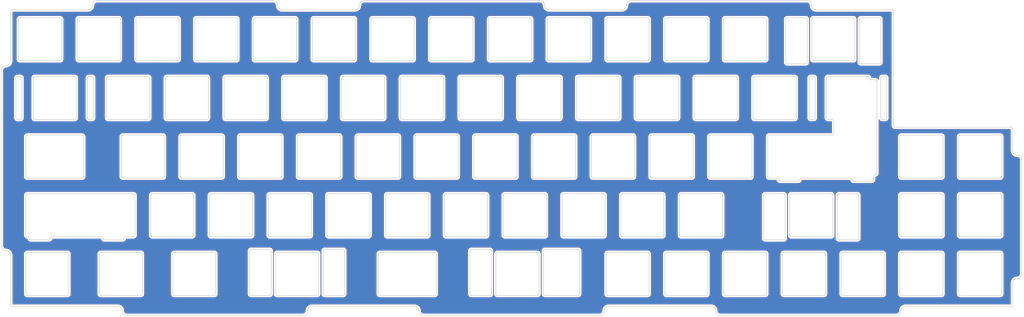
<source format=kicad_pcb>
(kicad_pcb (version 20211014) (generator pcbnew)
  (layers (0 "F.Cu" signal) (31 "B.Cu" signal) (34 "B.Paste" user) (35 "F.Paste" user) (36 "B.SilkS" user "B.Silkscreen") (37 "F.SilkS" user "F.Silkscreen") (38 "B.Mask" user) (39 "F.Mask" user) (44 "Edge.Cuts" user))
  (net 0 "")
  (gr_arc (start 298.50625 181.899999) (mid 298.152697 181.753552) (end 298.00625 181.399999) (layer "Edge.Cuts") (width 0.2))
  (gr_arc (start 286.1 130.3) (mid 286.246447 129.946447) (end 286.6 129.8) (layer "Edge.Cuts") (width 0.2))
  (gr_arc (start 123.38075 200.95) (mid 123.027197 200.803553) (end 122.88075 200.45) (layer "Edge.Cuts") (width 0.2))
  (gr_line (start 331.65 108.725) (end 331.65 145.825) (layer "Edge.Cuts") (width 0.2))
  (gr_arc (start 253.2625 162.85) (mid 252.908947 162.703553) (end 252.7625 162.35) (layer "Edge.Cuts") (width 0.2))
  (gr_arc (start 248.5 143.8) (mid 248.146447 143.653553) (end 248 143.3) (layer "Edge.Cuts") (width 0.2))
  (gr_line (start 290.575 200.45) (end 290.575 187.449999) (layer "Edge.Cuts") (width 0.2))
  (gr_arc (start 238.975 200.95) (mid 238.621447 200.803553) (end 238.475 200.45) (layer "Edge.Cuts") (width 0.2))
  (gr_line (start 373.25 156.875) (end 373.25 193.875049) (layer "Edge.Cuts") (width 0.2))
  (gr_line (start 109.8875 168.4) (end 109.8875 181.399999) (layer "Edge.Cuts") (width 0.2))
  (gr_line (start 318.70675 163.85) (end 324.70675 163.85) (layer "Edge.Cuts") (width 0.2))
  (gr_line (start 131.31875 187.449999) (end 131.31875 200.45) (layer "Edge.Cuts") (width 0.2))
  (gr_line (start 334.225 181.899999) (end 347.225 181.899999) (layer "Edge.Cuts") (width 0.2))
  (gr_arc (start 176.5625 149.349999) (mid 176.708947 148.996446) (end 177.0625 148.849999) (layer "Edge.Cuts") (width 0.2))
  (gr_line (start 145.31875 200.45) (end 145.31875 187.449999) (layer "Edge.Cuts") (width 0.2))
  (gr_arc (start 238.1875 181.399999) (mid 238.041053 181.753552) (end 237.6875 181.899999) (layer "Edge.Cuts") (width 0.2))
  (gr_line (start 47.1375 130.3) (end 47.1375 143.3) (layer "Edge.Cuts") (width 0.2))
  (gr_arc (start 147.9875 168.4) (mid 148.133947 168.046447) (end 148.4875 167.9) (layer "Edge.Cuts") (width 0.2))
  (gr_arc (start 176.274999 124.249999) (mid 176.128552 124.603552) (end 175.774999 124.749999) (layer "Edge.Cuts") (width 0.2))
  (gr_line (start 366.275 148.85) (end 353.275 148.85) (layer "Edge.Cuts") (width 0.2))
  (gr_line (start 129.418749 185.949999) (end 123.38075 185.949999) (layer "Edge.Cuts") (width 0.2))
  (gr_arc (start 257.525 187.449999) (mid 257.671447 187.096446) (end 258.025 186.949999) (layer "Edge.Cuts") (width 0.2))
  (gr_line (start 271.025 186.949999) (end 258.025 186.949999) (layer "Edge.Cuts") (width 0.2))
  (gr_arc (start 104.8375 181.399999) (mid 104.691053 181.753552) (end 104.3375 181.899999) (layer "Edge.Cuts") (width 0.2))
  (gr_line (start 238.975 124.749999) (end 251.975 124.749999) (layer "Edge.Cuts") (width 0.2))
  (gr_line (start 185.3 129.8) (end 172.3 129.8) (layer "Edge.Cuts") (width 0.2))
  (gr_arc (start 324.4125 130.887) (mid 324.058947 130.740553) (end 323.9125 130.387) (layer "Edge.Cuts") (width 0.2))
  (gr_line (start 252.7625 149.349999) (end 252.7625 162.35) (layer "Edge.Cuts") (width 0.2))
  (gr_line (start 158.0125 162.85) (end 171.0125 162.85) (layer "Edge.Cuts") (width 0.2))
  (gr_arc (start 228.95 130.3) (mid 229.096447 129.946447) (end 229.45 129.8) (layer "Edge.Cuts") (width 0.2))
  (gr_line (start 196.1125 162.85) (end 209.1125 162.85) (layer "Edge.Cuts") (width 0.2))
  (gr_line (start 300.1 143.3) (end 300.1 130.3) (layer "Edge.Cuts") (width 0.2))
  (gr_arc (start 257.525 111.249999) (mid 257.671447 110.896446) (end 258.025 110.749999) (layer "Edge.Cuts") (width 0.2))
  (gr_line (start 309.625 200.45) (end 309.625 187.449999) (layer "Edge.Cuts") (width 0.2))
  (gr_arc (start 347.225 167.9) (mid 347.578553 168.046447) (end 347.725 168.4) (layer "Edge.Cuts") (width 0.2))
  (gr_arc (start 153.75675 200.45) (mid 153.610303 200.803553) (end 153.25675 200.95) (layer "Edge.Cuts") (width 0.2))
  (gr_arc (start 237.85 205.925) (mid 237.41066 206.98566) (end 236.35 207.425) (layer "Edge.Cuts") (width 0.2))
  (gr_arc (start 86.574999 124.749999) (mid 86.221446 124.603552) (end 86.074999 124.249999) (layer "Edge.Cuts") (width 0.2))
  (gr_line (start 280.55 129.8) (end 267.55 129.8) (layer "Edge.Cuts") (width 0.2))
  (gr_arc (start 220.05 108.225) (mid 218.98934 107.78566) (end 218.55 106.725) (layer "Edge.Cuts") (width 0.2))
  (gr_line (start 104.3375 167.9) (end 91.3375 167.9) (layer "Edge.Cuts") (width 0.2))
  (gr_line (start 296.712 111.249999) (end 296.712 125.25) (layer "Edge.Cuts") (width 0.2))
  (gr_arc (start 177.0625 162.85) (mid 176.708947 162.703553) (end 176.5625 162.35) (layer "Edge.Cuts") (width 0.2))
  (gr_arc (start 119.124999 124.249999) (mid 118.978552 124.603552) (end 118.624999 124.749999) (layer "Edge.Cuts") (width 0.2))
  (gr_arc (start 162.775 124.749999) (mid 162.421447 124.603552) (end 162.275 124.249999) (layer "Edge.Cuts") (width 0.2))
  (gr_line (start 258.025 124.749999) (end 271.025 124.749999) (layer "Edge.Cuts") (width 0.2))
  (gr_arc (start 138.9625 162.85) (mid 138.608947 162.703553) (end 138.4625 162.35) (layer "Edge.Cuts") (width 0.2))
  (gr_arc (start 141.65 205.925) (mid 141.21066 206.98566) (end 140.15 207.425) (layer "Edge.Cuts") (width 0.2))
  (gr_arc (start 87.668749 186.949999) (mid 88.022302 187.096446) (end 88.168749 187.449999) (layer "Edge.Cuts") (width 0.2))
  (gr_arc (start 157.225 124.249999) (mid 157.078553 124.603552) (end 156.725 124.749999) (layer "Edge.Cuts") (width 0.2))
  (gr_line (start 312.29375 144.3) (end 312.2938 148.35) (layer "Edge.Cuts") (width 0.2))
  (gr_arc (start 229.45 143.8) (mid 229.096447 143.653553) (end 228.95 143.3) (layer "Edge.Cuts") (width 0.2))
  (gr_arc (start 326.29375 161.263) (mid 326.147303 161.616553) (end 325.79375 161.763) (layer "Edge.Cuts") (width 0.2))
  (gr_line (start 45.95 108.225) (end 70.5 108.225) (layer "Edge.Cuts") (width 0.2))
  (gr_arc (start 181.325 111.249999) (mid 181.471447 110.896446) (end 181.825 110.749999) (layer "Edge.Cuts") (width 0.2))
  (gr_arc (start 243.7375 181.899999) (mid 243.383947 181.753552) (end 243.2375 181.399999) (layer "Edge.Cuts") (width 0.2))
  (gr_arc (start 369.75 146.325) (mid 370.103553 146.471447) (end 370.25 146.825) (layer "Edge.Cuts") (width 0.2))
  (gr_line (start 258.025 200.95) (end 271.025 200.95) (layer "Edge.Cuts") (width 0.2))
  (gr_arc (start 76.55 130.3) (mid 76.696447 129.946447) (end 77.05 129.8) (layer "Edge.Cuts") (width 0.2))
  (gr_arc (start 203.25625 200.95) (mid 202.902697 200.803553) (end 202.75625 200.45) (layer "Edge.Cuts") (width 0.2))
  (gr_arc (start 272.3125 162.85) (mid 271.958947 162.703553) (end 271.8125 162.35) (layer "Edge.Cuts") (width 0.2))
  (gr_arc (start 347.725 200.45) (mid 347.578553 200.803553) (end 347.225 200.95) (layer "Edge.Cuts") (width 0.2))
  (gr_line (start 157.225 124.249999) (end 157.225 111.249999) (layer "Edge.Cuts") (width 0.2))
  (gr_arc (start 61.474999 110.749999) (mid 61.828552 110.896446) (end 61.974999 111.249999) (layer "Edge.Cuts") (width 0.2))
  (gr_arc (start 219.925 124.749999) (mid 219.571447 124.603552) (end 219.425 124.249999) (layer "Edge.Cuts") (width 0.2))
  (gr_arc (start 285.8125 162.35) (mid 285.666053 162.703553) (end 285.3125 162.85) (layer "Edge.Cuts") (width 0.2))
  (gr_line (start 69.11875 162.35) (end 69.11875 149.349999) (layer "Edge.Cuts") (width 0.2))
  (gr_arc (start 318.70675 163.85) (mid 318.353197 163.703553) (end 318.20675 163.35) (layer "Edge.Cuts") (width 0.2))
  (gr_line (start 49.1375 143.3) (end 49.1375 130.3) (layer "Edge.Cuts") (width 0.2))
  (gr_arc (start 267.05 130.3) (mid 267.196447 129.946447) (end 267.55 129.8) (layer "Edge.Cuts") (width 0.2))
  (gr_line (start 366.775 181.399999) (end 366.775 168.4) (layer "Edge.Cuts") (width 0.2))
  (gr_arc (start 334.225 200.95) (mid 333.871447 200.803553) (end 333.725 200.45) (layer "Edge.Cuts") (width 0.2))
  (gr_line (start 303.212 110.749999) (end 297.212 110.749999) (layer "Edge.Cuts") (width 0.2))
  (gr_arc (start 151.9625 148.849999) (mid 152.316053 148.996446) (end 152.4625 149.349999) (layer "Edge.Cuts") (width 0.2))
  (gr_arc (start 228.1625 148.849999) (mid 228.516053 148.996446) (end 228.6625 149.349999) (layer "Edge.Cuts") (width 0.2))
  (gr_line (start 177.0625 162.85) (end 190.0625 162.85) (layer "Edge.Cuts") (width 0.2))
  (gr_arc (start 290.075 186.949999) (mid 290.428553 187.096446) (end 290.575 187.449999) (layer "Edge.Cuts") (width 0.2))
  (gr_arc (start 105.125 111.249999) (mid 105.271447 110.896446) (end 105.625 110.749999) (layer "Edge.Cuts") (width 0.2))
  (gr_arc (start 196.1125 162.85) (mid 195.758947 162.703553) (end 195.6125 162.35) (layer "Edge.Cuts") (width 0.2))
  (gr_line (start 176.35 204.425) (end 143.15 204.425) (layer "Edge.Cuts") (width 0.2))
  (gr_line (start 275.55 207.425) (end 332.55 207.425) (layer "Edge.Cuts") (width 0.2))
  (gr_arc (start 194.81825 200.95) (mid 194.464697 200.803553) (end 194.31825 200.45) (layer "Edge.Cuts") (width 0.2))
  (gr_line (start 204.85 143.3) (end 204.85 130.3) (layer "Edge.Cuts") (width 0.2))
  (gr_line (start 109.6 143.3) (end 109.6 130.3) (layer "Edge.Cuts") (width 0.2))
  (gr_arc (start 162.275 111.249999) (mid 162.421447 110.896446) (end 162.775 110.749999) (layer "Edge.Cuts") (width 0.2))
  (gr_line (start 86.075 111.249999) (end 86.075 124.249999) (layer "Edge.Cuts") (width 0.2))
  (gr_line (start 48.6375 129.8) (end 47.6375 129.8) (layer "Edge.Cuts") (width 0.2))
  (gr_line (start 318.65 110.749999) (end 305.65 110.749999) (layer "Edge.Cuts") (width 0.2))
  (gr_line (start 257.2375 181.399999) (end 257.2375 168.4) (layer "Edge.Cuts") (width 0.2))
  (gr_arc (start 223.4 129.8) (mid 223.753553 129.946447) (end 223.9 130.3) (layer "Edge.Cuts") (width 0.2))
  (gr_line (start 334.225 162.85) (end 347.225 162.85) (layer "Edge.Cuts") (width 0.2))
  (gr_arc (start 111.98125 200.45) (mid 111.834803 200.803553) (end 111.48125 200.95) (layer "Edge.Cuts") (width 0.2))
  (gr_arc (start 45.45 124.825) (mid 45.01066 125.88566) (end 43.95 126.325) (layer "Edge.Cuts") (width 0.2))
  (gr_line (start 171.5125 162.35) (end 171.5125 149.349999) (layer "Edge.Cuts") (width 0.2))
  (gr_arc (start 309.912499 130.3) (mid 310.058946 129.946447) (end 310.412499 129.8) (layer "Edge.Cuts") (width 0.2))
  (gr_arc (start 118.624999 110.749999) (mid 118.978552 110.896446) (end 119.124999 111.249999) (layer "Edge.Cuts") (width 0.2))
  (gr_line (start 199.5875 167.9) (end 186.5875 167.9) (layer "Edge.Cuts") (width 0.2))
  (gr_arc (start 109.6 143.3) (mid 109.453553 143.653553) (end 109.1 143.8) (layer "Edge.Cuts") (width 0.2))
  (gr_line (start 138.4625 149.349999) (end 138.4625 162.35) (layer "Edge.Cuts") (width 0.2))
  (gr_line (start 73.5 105.225) (end 130.5 105.225) (layer "Edge.Cuts") (width 0.2))
  (gr_line (start 309.912499 130.3) (end 309.912499 143.3) (layer "Edge.Cuts") (width 0.2))
  (gr_line (start 228.1625 148.85) (end 215.1625 148.85) (layer "Edge.Cuts") (width 0.2))
  (gr_arc (start 262.2875 168.4) (mid 262.433947 168.046447) (end 262.7875 167.9) (layer "Edge.Cuts") (width 0.2))
  (gr_line (start 334.225 200.95) (end 347.225 200.95) (layer "Edge.Cuts") (width 0.2))
  (gr_line (start 321.088 125.75) (end 327.088 125.75) (layer "Edge.Cuts") (width 0.2))
  (gr_line (start 122.88075 186.449999) (end 122.88075 200.45) (layer "Edge.Cuts") (width 0.2))
  (gr_arc (start 119.9125 162.85) (mid 119.558947 162.703553) (end 119.4125 162.35) (layer "Edge.Cuts") (width 0.2))
  (gr_arc (start 311.506249 167.9) (mid 311.859802 168.046447) (end 312.006249 168.4) (layer "Edge.Cuts") (width 0.2))
  (gr_arc (start 286.6 143.8) (mid 286.246447 143.653553) (end 286.1 143.3) (layer "Edge.Cuts") (width 0.2))
  (gr_arc (start 190.0625 148.849999) (mid 190.416053 148.996446) (end 190.5625 149.349999) (layer "Edge.Cuts") (width 0.2))
  (gr_arc (start 267.55 143.8) (mid 267.196447 143.653553) (end 267.05 143.3) (layer "Edge.Cuts") (width 0.2))
  (gr_line (start 144.81875 186.949999) (end 131.81875 186.949999) (layer "Edge.Cuts") (width 0.2))
  (gr_arc (start 200.875 124.749999) (mid 200.521447 124.603552) (end 200.375 124.249999) (layer "Edge.Cuts") (width 0.2))
  (gr_arc (start 209.6125 162.35) (mid 209.466053 162.703553) (end 209.1125 162.85) (layer "Edge.Cuts") (width 0.2))
  (gr_line (start 165.15625 186.949999) (end 182.91875 186.949999) (layer "Edge.Cuts") (width 0.2))
  (gr_line (start 257.525 187.449999) (end 257.525 200.45) (layer "Edge.Cuts") (width 0.2))
  (gr_arc (start 171.0125 148.849999) (mid 171.366053 148.996446) (end 171.5125 149.349999) (layer "Edge.Cuts") (width 0.2))
  (gr_line (start 247.2125 148.85) (end 234.2125 148.85) (layer "Edge.Cuts") (width 0.2))
  (gr_line (start 70.3375 130.3) (end 70.3375 143.3) (layer "Edge.Cuts") (width 0.2))
  (gr_arc (start 100.075 124.249999) (mid 99.928553 124.603552) (end 99.575 124.749999) (layer "Edge.Cuts") (width 0.2))
  (gr_line (start 325.20675 163.35) (end 325.20675 162.263) (layer "Edge.Cuts") (width 0.2))
  (gr_arc (start 43.95 186.325) (mid 45.01066 186.76434) (end 45.45 187.825) (layer "Edge.Cuts") (width 0.2))
  (gr_line (start 87.668749 186.949999) (end 74.66875 186.949999) (layer "Edge.Cuts") (width 0.2))
  (gr_line (start 123.8875 181.399999) (end 123.8875 168.4) (layer "Edge.Cuts") (width 0.2))
  (gr_line (start 166.25 129.8) (end 153.25 129.8) (layer "Edge.Cuts") (width 0.2))
  (gr_arc (start 304.8125 143.8) (mid 304.458947 143.653553) (end 304.3125 143.3) (layer "Edge.Cuts") (width 0.2))
  (gr_line (start 276.575 111.249999) (end 276.575 124.249999) (layer "Edge.Cuts") (width 0.2))
  (gr_line (start 290.075 110.749999) (end 277.075 110.749999) (layer "Edge.Cuts") (width 0.2))
  (gr_arc (start 233.425 124.249999) (mid 233.278553 124.603552) (end 232.925 124.749999) (layer "Edge.Cuts") (width 0.2))
  (gr_line (start 251.975 110.749999) (end 238.975 110.749999) (layer "Edge.Cuts") (width 0.2))
  (gr_line (start 233.7125 149.349999) (end 233.7125 162.35) (layer "Edge.Cuts") (width 0.2))
  (gr_line (start 172.3 143.8) (end 185.3 143.8) (layer "Edge.Cuts") (width 0.2))
  (gr_line (start 176.274999 124.249999) (end 176.274999 111.249999) (layer "Edge.Cuts") (width 0.2))
  (gr_line (start 48.474999 124.749999) (end 61.474999 124.749999) (layer "Edge.Cuts") (width 0.2))
  (gr_arc (start 305.15 111.249999) (mid 305.296447 110.896446) (end 305.65 110.749999) (layer "Edge.Cuts") (width 0.2))
  (gr_arc (start 209.1125 148.849999) (mid 209.466053 148.996446) (end 209.6125 149.349999) (layer "Edge.Cuts") (width 0.2))
  (gr_arc (start 213.875 110.749999) (mid 214.228553 110.896446) (end 214.375 111.249999) (layer "Edge.Cuts") (width 0.2))
  (gr_line (start 285.8125 162.35) (end 285.8125 149.349999) (layer "Edge.Cuts") (width 0.2))
  (gr_arc (start 115.15 143.8) (mid 114.796447 143.653553) (end 114.65 143.3) (layer "Edge.Cuts") (width 0.2))
  (gr_arc (start 123.8875 181.399999) (mid 123.741053 181.753552) (end 123.3875 181.899999) (layer "Edge.Cuts") (width 0.2))
  (gr_arc (start 131.31875 187.449999) (mid 131.465197 187.096446) (end 131.81875 186.949999) (layer "Edge.Cuts") (width 0.2))
  (gr_arc (start 109.8875 168.4) (mid 110.033947 168.046447) (end 110.3875 167.9) (layer "Edge.Cuts") (width 0.2))
  (gr_arc (start 98.48125 200.95) (mid 98.127697 200.803553) (end 97.98125 200.45) (layer "Edge.Cuts") (width 0.2))
  (gr_arc (start 71.8375 129.8) (mid 72.191053 129.946447) (end 72.3375 130.3) (layer "Edge.Cuts") (width 0.2))
  (gr_arc (start 171.8 130.3) (mid 171.946447 129.946447) (end 172.3 129.8) (layer "Edge.Cuts") (width 0.2))
  (gr_line (start 75.81925 182.9) (end 81.81925 182.9) (layer "Edge.Cuts") (width 0.2))
  (gr_arc (start 77.05 143.8) (mid 76.696447 143.653553) (end 76.55 143.3) (layer "Edge.Cuts") (width 0.2))
  (gr_line (start 219.1375 181.399999) (end 219.1375 168.4) (layer "Edge.Cuts") (width 0.2))
  (gr_arc (start 90.549999 143.3) (mid 90.403552 143.653553) (end 90.049999 143.8) (layer "Edge.Cuts") (width 0.2))
  (gr_line (start 320.588 111.249999) (end 320.588 125.25) (layer "Edge.Cuts") (width 0.2))
  (gr_line (start 143.725 124.749999) (end 156.725 124.749999) (layer "Edge.Cuts") (width 0.2))
  (gr_arc (start 216.25625 186.949999) (mid 216.609803 187.096446) (end 216.75625 187.449999) (layer "Edge.Cuts") (width 0.2))
  (gr_line (start 205.6375 181.899999) (end 218.6375 181.899999) (layer "Edge.Cuts") (width 0.2))
  (gr_arc (start 331.15 108.225) (mid 331.503553 108.371447) (end 331.65 108.725) (layer "Edge.Cuts") (width 0.2))
  (gr_line (start 347.225 148.85) (end 334.225 148.85) (layer "Edge.Cuts") (width 0.2))
  (gr_arc (start 191.35 143.8) (mid 190.996447 143.653553) (end 190.85 143.3) (layer "Edge.Cuts") (width 0.2))
  (gr_line (start 353.275 181.899999) (end 366.275 181.899999) (layer "Edge.Cuts") (width 0.2))
  (gr_line (start 238.475 187.449999) (end 238.475 200.45) (layer "Edge.Cuts") (width 0.2))
  (gr_arc (start 195.6125 149.349999) (mid 195.758947 148.996446) (end 196.1125 148.849999) (layer "Edge.Cuts") (width 0.2))
  (gr_line (start 143.225 111.249999) (end 143.225 124.249999) (layer "Edge.Cuts") (width 0.2))
  (gr_line (start 100.075 124.249999) (end 100.075 111.249999) (layer "Edge.Cuts") (width 0.2))
  (gr_arc (start 52.737499 130.3) (mid 52.883946 129.946447) (end 53.237499 129.8) (layer "Edge.Cuts") (width 0.2))
  (gr_arc (start 258.025 124.749999) (mid 257.671447 124.603552) (end 257.525 124.249999) (layer "Edge.Cuts") (width 0.2))
  (gr_line (start 104.8375 181.399999) (end 104.8375 168.4) (layer "Edge.Cuts") (width 0.2))
  (gr_line (start 50.85625 200.95) (end 63.85625 200.95) (layer "Edge.Cuts") (width 0.2))
  (gr_arc (start 321.088 125.75) (mid 320.734447 125.603553) (end 320.588 125.25) (layer "Edge.Cuts") (width 0.2))
  (gr_line (start 191.35 143.8) (end 204.35 143.8) (layer "Edge.Cuts") (width 0.2))
  (gr_line (start 147.7 143.3) (end 147.7 130.3) (layer "Edge.Cuts") (width 0.2))
  (gr_arc (start 327.588 125.25) (mid 327.441553 125.603553) (end 327.088 125.75) (layer "Edge.Cuts") (width 0.2))
  (gr_line (start 162.775 124.749999) (end 175.774999 124.749999) (layer "Edge.Cuts") (width 0.2))
  (gr_arc (start 314.675 187.449999) (mid 314.821447 187.096446) (end 315.175 186.949999) (layer "Edge.Cuts") (width 0.2))
  (gr_arc (start 138.175 124.249999) (mid 138.028553 124.603552) (end 137.675 124.749999) (layer "Edge.Cuts") (width 0.2))
  (gr_arc (start 300.1 143.3) (mid 299.953553 143.653553) (end 299.6 143.8) (layer "Edge.Cuts") (width 0.2))
  (gr_arc (start 72 106.725) (mid 71.56066 107.78566) (end 70.5 108.225) (layer "Edge.Cuts") (width 0.2))
  (gr_line (start 267.05 130.3) (end 267.05 143.3) (layer "Edge.Cuts") (width 0.2))
  (gr_arc (start 99.575 110.749999) (mid 99.928553 110.896446) (end 100.075 111.249999) (layer "Edge.Cuts") (width 0.2))
  (gr_arc (start 129.418749 185.949999) (mid 129.772302 186.096446) (end 129.918749 186.449999) (layer "Edge.Cuts") (width 0.2))
  (gr_line (start 64.35625 200.45) (end 64.35625 187.449999) (layer "Edge.Cuts") (width 0.2))
  (gr_arc (start 58.44325 182.4) (mid 58.296803 182.753553) (end 57.94325 182.9) (layer "Edge.Cuts") (width 0.2))
  (gr_line (start 166.75 143.3) (end 166.75 130.3) (layer "Edge.Cuts") (width 0.2))
  (gr_line (start 200.0875 181.399999) (end 200.0875 168.4) (layer "Edge.Cuts") (width 0.2))
  (gr_arc (start 238.475 111.249999) (mid 238.621447 110.896446) (end 238.975 110.749999) (layer "Edge.Cuts") (width 0.2))
  (gr_line (start 195.6125 149.349999) (end 195.6125 162.35) (layer "Edge.Cuts") (width 0.2))
  (gr_arc (start 158.0125 162.85) (mid 157.658947 162.703553) (end 157.5125 162.35) (layer "Edge.Cuts") (width 0.2))
  (gr_line (start 347.725 200.45) (end 347.725 187.449999) (layer "Edge.Cuts") (width 0.2))
  (gr_line (start 195.325 124.249999) (end 195.325 111.249999) (layer "Edge.Cuts") (width 0.2))
  (gr_line (start 233.425 124.249999) (end 233.425 111.249999) (layer "Edge.Cuts") (width 0.2))
  (gr_line (start 96.1 143.8) (end 109.1 143.8) (layer "Edge.Cuts") (width 0.2))
  (gr_line (start 118.624999 110.749999) (end 105.625 110.749999) (layer "Edge.Cuts") (width 0.2))
  (gr_arc (start 366.775 200.45) (mid 366.628553 200.803553) (end 366.275 200.95) (layer "Edge.Cuts") (width 0.2))
  (gr_line (start 119.9125 162.85) (end 132.9125 162.85) (layer "Edge.Cuts") (width 0.2))
  (gr_arc (start 303.599999 105.225) (mid 304.660659 105.66434) (end 305.099999 106.725) (layer "Edge.Cuts") (width 0.2))
  (gr_arc (start 82.31925 182.4) (mid 82.172803 182.753553) (end 81.81925 182.9) (layer "Edge.Cuts") (width 0.2))
  (gr_arc (start 200.375 111.249999) (mid 200.521447 110.896446) (end 200.875 110.749999) (layer "Edge.Cuts") (width 0.2))
  (gr_arc (start 251.975 186.949999) (mid 252.328553 187.096446) (end 252.475 187.449999) (layer "Edge.Cuts") (width 0.2))
  (gr_arc (start 129.918749 200.45) (mid 129.772302 200.803553) (end 129.418749 200.95) (layer "Edge.Cuts") (width 0.2))
  (gr_arc (start 70.3375 130.3) (mid 70.483947 129.946447) (end 70.8375 129.8) (layer "Edge.Cuts") (width 0.2))
  (gr_arc (start 327.088 110.749999) (mid 327.441553 110.896446) (end 327.588 111.249999) (layer "Edge.Cuts") (width 0.2))
  (gr_line (start 67.525 124.749999) (end 80.525 124.749999) (layer "Edge.Cuts") (width 0.2))
  (gr_arc (start 333.725 187.449999) (mid 333.871447 187.096446) (end 334.225 186.949999) (layer "Edge.Cuts") (width 0.2))
  (gr_line (start 132.9125 148.85) (end 119.9125 148.85) (layer "Edge.Cuts") (width 0.2))
  (gr_arc (start 228.6625 162.35) (mid 228.516053 162.703553) (end 228.1625 162.85) (layer "Edge.Cuts") (width 0.2))
  (gr_arc (start 199.5875 167.9) (mid 199.941053 168.046447) (end 200.0875 168.4) (layer "Edge.Cuts") (width 0.2))
  (gr_line (start 248 130.3) (end 248 143.3) (layer "Edge.Cuts") (width 0.2))
  (gr_line (start 329.0125 129.8) (end 328.0125 129.8) (layer "Edge.Cuts") (width 0.2))
  (gr_line (start 333.725 168.4) (end 333.725 181.399999) (layer "Edge.Cuts") (width 0.2))
  (gr_arc (start 94.8125 148.849999) (mid 95.166053 148.996446) (end 95.3125 149.349999) (layer "Edge.Cuts") (width 0.2))
  (gr_arc (start 50.85625 162.85) (mid 50.502697 162.703553) (end 50.35625 162.35) (layer "Edge.Cuts") (width 0.2))
  (gr_line (start 271.525 200.45) (end 271.525 187.449999) (layer "Edge.Cuts") (width 0.2))
  (gr_line (start 296.125 200.95) (end 309.125 200.95) (layer "Edge.Cuts") (width 0.2))
  (gr_arc (start 325.79375 130.887) (mid 326.147303 131.033447) (end 326.29375 131.387) (layer "Edge.Cuts") (width 0.2))
  (gr_line (start 50.943249 181.899999) (end 50.85625 181.899999) (layer "Edge.Cuts") (width 0.2))
  (gr_line (start 95.3125 162.35) (end 95.3125 149.349999) (layer "Edge.Cuts") (width 0.2))
  (gr_arc (start 128.15 129.8) (mid 128.503553 129.946447) (end 128.65 130.3) (layer "Edge.Cuts") (width 0.2))
  (gr_arc (start 195.325 124.249999) (mid 195.178553 124.603552) (end 194.825 124.749999) (layer "Edge.Cuts") (width 0.2))
  (gr_line (start 224.6875 181.899999) (end 237.6875 181.899999) (layer "Edge.Cuts") (width 0.2))
  (gr_line (start 133.7 130.3) (end 133.7 143.3) (layer "Edge.Cuts") (width 0.2))
  (gr_arc (start 165.15625 200.95) (mid 164.802697 200.803553) (end 164.65625 200.45) (layer "Edge.Cuts") (width 0.2))
  (gr_line (start 352.775 187.449999) (end 352.775 200.45) (layer "Edge.Cuts") (width 0.2))
  (gr_line (start 352.775 149.349999) (end 352.775 162.35) (layer "Edge.Cuts") (width 0.2))
  (gr_arc (start 245.1 106.725) (mid 245.53934 105.66434) (end 246.6 105.225) (layer "Edge.Cuts") (width 0.2))
  (gr_line (start 119.4125 149.349999) (end 119.4125 162.35) (layer "Edge.Cuts") (width 0.2))
  (gr_arc (start 53.237499 143.8) (mid 52.883946 143.653553) (end 52.737499 143.3) (layer "Edge.Cuts") (width 0.2))
  (gr_arc (start 238.975 124.749999) (mid 238.621447 124.603552) (end 238.475 124.249999) (layer "Edge.Cuts") (width 0.2))
  (gr_line (start 209.9 130.3) (end 209.9 143.3) (layer "Edge.Cuts") (width 0.2))
  (gr_arc (start 296.125 200.95) (mid 295.771447 200.803553) (end 295.625 200.45) (layer "Edge.Cuts") (width 0.2))
  (gr_arc (start 167.0375 168.4) (mid 167.183947 168.046447) (end 167.5375 167.9) (layer "Edge.Cuts") (width 0.2))
  (gr_arc (start 271.025 110.749999) (mid 271.378553 110.896446) (end 271.525 111.249999) (layer "Edge.Cuts") (width 0.2))
  (gr_arc (start 245.1 106.725) (mid 244.66066 107.78566) (end 243.6 108.225) (layer "Edge.Cuts") (width 0.2))
  (gr_arc (start 301.33075 163.35) (mid 301.184303 163.703553) (end 300.83075 163.85) (layer "Edge.Cuts") (width 0.2))
  (gr_line (start 303.712 125.25) (end 303.712 111.249999) (layer "Edge.Cuts") (width 0.2))
  (gr_line (start 70.8375 143.8) (end 71.8375 143.8) (layer "Edge.Cuts") (width 0.2))
  (gr_line (start 162.275 111.249999) (end 162.275 124.249999) (layer "Edge.Cuts") (width 0.2))
  (gr_arc (start 72.3375 143.3) (mid 72.191053 143.653553) (end 71.8375 143.8) (layer "Edge.Cuts") (width 0.2))
  (gr_arc (start 144.81875 186.949999) (mid 145.172303 187.096446) (end 145.31875 187.449999) (layer "Edge.Cuts") (width 0.2))
  (gr_arc (start 271.525 124.249999) (mid 271.378553 124.603552) (end 271.025 124.749999) (layer "Edge.Cuts") (width 0.2))
  (gr_line (start 50.35625 168.4) (end 50.35625 181.399999) (layer "Edge.Cuts") (width 0.2))
  (gr_line (start 277.075 200.95) (end 290.075 200.95) (layer "Edge.Cuts") (width 0.2))
  (gr_line (start 61.974999 124.249999) (end 61.974999 111.249999) (layer "Edge.Cuts") (width 0.2))
  (gr_arc (start 229.91875 200.45) (mid 229.772303 200.803553) (end 229.41875 200.95) (layer "Edge.Cuts") (width 0.2))
  (gr_line (start 314.675 187.449999) (end 314.675 200.45) (layer "Edge.Cuts") (width 0.2))
  (gr_line (start 161.9875 181.399999) (end 161.9875 168.4) (layer "Edge.Cuts") (width 0.2))
  (gr_line (start 129.437499 181.899999) (end 142.4375 181.899999) (layer "Edge.Cuts") (width 0.2))
  (gr_line (start 133.499999 108.225) (end 157.05 108.225) (layer "Edge.Cuts") (width 0.2))
  (gr_line (start 347.725 162.35) (end 347.725 149.349999) (layer "Edge.Cuts") (width 0.2))
  (gr_arc (start 257.2375 181.399999) (mid 257.091053 181.753552) (end 256.7375 181.899999) (layer "Edge.Cuts") (width 0.2))
  (gr_line (start 223.9 143.3) (end 223.9 130.3) (layer "Edge.Cuts") (width 0.2))
  (gr_arc (start 66.2375 129.8) (mid 66.591053 129.946447) (end 66.7375 130.3) (layer "Edge.Cuts") (width 0.2))
  (gr_arc (start 243.2375 168.4) (mid 243.383947 168.046447) (end 243.7375 167.9) (layer "Edge.Cuts") (width 0.2))
  (gr_arc (start 334.05 205.925) (mid 334.48934 204.86434) (end 335.55 204.425) (layer "Edge.Cuts") (width 0.2))
  (gr_line (start 194.31825 186.449999) (end 194.31825 200.45) (layer "Edge.Cuts") (width 0.2))
  (gr_arc (start 320.588 111.249999) (mid 320.734447 110.896446) (end 321.088 110.749999) (layer "Edge.Cuts") (width 0.2))
  (gr_line (start 152.4625 162.35) (end 152.4625 149.349999) (layer "Edge.Cuts") (width 0.2))
  (gr_arc (start 185.3 129.8) (mid 185.653553 129.946447) (end 185.8 130.3) (layer "Edge.Cuts") (width 0.2))
  (gr_arc (start 328.175 186.949999) (mid 328.528553 187.096446) (end 328.675 187.449999) (layer "Edge.Cuts") (width 0.2))
  (gr_line (start 218.69425 200.95) (end 229.41875 200.95) (layer "Edge.Cuts") (width 0.2))
  (gr_arc (start 81.025 124.249999) (mid 80.878553 124.603552) (end 80.525 124.749999) (layer "Edge.Cuts") (width 0.2))
  (gr_line (start 276.2875 181.399999) (end 276.2875 168.4) (layer "Edge.Cuts") (width 0.2))
  (gr_line (start 74.16875 187.449999) (end 74.16875 200.45) (layer "Edge.Cuts") (width 0.2))
  (gr_line (start 328.0125 143.8) (end 329.0125 143.8) (layer "Edge.Cuts") (width 0.2))
  (gr_line (start 66.7375 143.3) (end 66.7375 130.3) (layer "Edge.Cuts") (width 0.2))
  (gr_line (start 45.45 124.825) (end 45.45 108.725) (layer "Edge.Cuts") (width 0.2))
  (gr_arc (start 347.225 186.949999) (mid 347.578553 187.096446) (end 347.725 187.449999) (layer "Edge.Cuts") (width 0.2))
  (gr_arc (start 95.6 130.3) (mid 95.746447 129.946447) (end 96.1 129.8) (layer "Edge.Cuts") (width 0.2))
  (gr_arc (start 205.1375 168.4) (mid 205.283947 168.046447) (end 205.6375 167.9) (layer "Edge.Cuts") (width 0.2))
  (gr_line (start 242.95 143.3) (end 242.95 130.3) (layer "Edge.Cuts") (width 0.2))
  (gr_line (start 105.125 111.249999) (end 105.125 124.249999) (layer "Edge.Cuts") (width 0.2))
  (gr_line (start 266.7625 162.35) (end 266.7625 149.349999) (layer "Edge.Cuts") (width 0.2))
  (gr_arc (start 294.83075 163.85) (mid 294.477197 163.703553) (end 294.33075 163.35) (layer "Edge.Cuts") (width 0.2))
  (gr_line (start 370.25 196.875049) (end 370.25 203.925) (layer "Edge.Cuts") (width 0.2))
  (gr_line (start 45.45 203.925) (end 45.45 187.825) (layer "Edge.Cuts") (width 0.2))
  (gr_line (start 291.3625 162.85) (end 293.83075 162.85) (layer "Edge.Cuts") (width 0.2))
  (gr_line (start 229.91875 200.45) (end 229.91875 186.449999) (layer "Edge.Cuts") (width 0.2))
  (gr_line (start 298.50625 181.899999) (end 311.506249 181.899999) (layer "Edge.Cuts") (width 0.2))
  (gr_arc (start 219.425 111.249999) (mid 219.571447 110.896446) (end 219.925 110.749999) (layer "Edge.Cuts") (width 0.2))
  (gr_arc (start 181.0375 181.399999) (mid 180.891053 181.753552) (end 180.5375 181.899999) (layer "Edge.Cuts") (width 0.2))
  (gr_line (start 325.79375 130.887) (end 324.4125 130.887) (layer "Edge.Cuts") (width 0.2))
  (gr_line (start 352.775 168.4) (end 352.775 181.399999) (layer "Edge.Cuts") (width 0.2))
  (gr_arc (start 47.6375 143.8) (mid 47.283947 143.653553) (end 47.1375 143.3) (layer "Edge.Cuts") (width 0.2))
  (gr_line (start 267.55 143.8) (end 280.55 143.8) (layer "Edge.Cuts") (width 0.2))
  (gr_arc (start 96.1 143.8) (mid 95.746447 143.653553) (end 95.6 143.3) (layer "Edge.Cuts") (width 0.2))
  (gr_line (start 82.81925 181.899999) (end 85.2875 181.899999) (layer "Edge.Cuts") (width 0.2))
  (gr_arc (start 289.56825 168.4) (mid 289.714697 168.046447) (end 290.06825 167.9) (layer "Edge.Cuts") (width 0.2))
  (gr_arc (start 134.2 143.8) (mid 133.846447 143.653553) (end 133.7 143.3) (layer "Edge.Cuts") (width 0.2))
  (gr_line (start 315.175 200.95) (end 328.175 200.95) (layer "Edge.Cuts") (width 0.2))
  (gr_arc (start 290.075 110.749999) (mid 290.428553 110.896446) (end 290.575 111.249999) (layer "Edge.Cuts") (width 0.2))
  (gr_line (start 146.75675 186.449999) (end 146.75675 200.45) (layer "Edge.Cuts") (width 0.2))
  (gr_line (start 325.70675 161.762999) (end 325.79375 161.763) (layer "Edge.Cuts") (width 0.2))
  (gr_arc (start 290.06825 182.9) (mid 289.714697 182.753553) (end 289.56825 182.4) (layer "Edge.Cuts") (width 0.2))
  (gr_line (start 83.15 207.425) (end 140.15 207.425) (layer "Edge.Cuts") (width 0.2))
  (gr_arc (start 277.075 124.749999) (mid 276.721447 124.603552) (end 276.575 124.249999) (layer "Edge.Cuts") (width 0.2))
  (gr_line (start 304.8125 143.8) (end 305.8125 143.8) (layer "Edge.Cuts") (width 0.2))
  (gr_arc (start 312.006249 181.399999) (mid 311.859802 181.753552) (end 311.506249 181.899999) (layer "Edge.Cuts") (width 0.2))
  (gr_arc (start 45.45 108.725) (mid 45.596447 108.371447) (end 45.95 108.225) (layer "Edge.Cuts") (width 0.2))
  (gr_arc (start 47.1375 130.3) (mid 47.283947 129.946447) (end 47.6375 129.8) (layer "Edge.Cuts") (width 0.2))
  (gr_line (start 71.8375 129.8) (end 70.8375 129.8) (layer "Edge.Cuts") (width 0.2))
  (gr_arc (start 353.275 162.85) (mid 352.921447 162.703553) (end 352.775 162.35) (layer "Edge.Cuts") (width 0.2))
  (gr_arc (start 200.81825 185.949999) (mid 201.171803 186.096446) (end 201.31825 186.449999) (layer "Edge.Cuts") (width 0.2))
  (gr_arc (start 202.75625 187.449999) (mid 202.902697 187.096446) (end 203.25625 186.949999) (layer "Edge.Cuts") (width 0.2))
  (gr_line (start 290.075 186.949999) (end 277.075 186.949999) (layer "Edge.Cuts") (width 0.2))
  (gr_arc (start 74.66875 200.95) (mid 74.315197 200.803553) (end 74.16875 200.45) (layer "Edge.Cuts") (width 0.2))
  (gr_arc (start 327.5125 130.3) (mid 327.658947 129.946447) (end 328.0125 129.8) (layer "Edge.Cuts") (width 0.2))
  (gr_arc (start 332.15 146.325) (mid 331.796447 146.178553) (end 331.65 145.825) (layer "Edge.Cuts") (width 0.2))
  (gr_line (start 72.3375 143.3) (end 72.3375 130.3) (layer "Edge.Cuts") (width 0.2))
  (gr_line (start 313.44425 168.4) (end 313.44425 182.4) (layer "Edge.Cuts") (width 0.2))
  (gr_line (start 328.175 186.949999) (end 315.175 186.949999) (layer "Edge.Cuts") (width 0.2))
  (gr_line (start 111.48125 186.949999) (end 98.48125 186.949999) (layer "Edge.Cuts") (width 0.2))
  (gr_arc (start 293.83075 162.85) (mid 294.184303 162.996447) (end 294.33075 163.35) (layer "Edge.Cuts") (width 0.2))
  (gr_arc (start 319.94425 167.9) (mid 320.297803 168.046447) (end 320.44425 168.4) (layer "Edge.Cuts") (width 0.2))
  (gr_arc (start 190.85 130.3) (mid 190.996447 129.946447) (end 191.35 129.8) (layer "Edge.Cuts") (width 0.2))
  (gr_arc (start 298.00625 168.4) (mid 298.152697 168.046447) (end 298.50625 167.9) (layer "Edge.Cuts") (width 0.2))
  (gr_arc (start 175.774999 110.749999) (mid 176.128552 110.896446) (end 176.274999 111.249999) (layer "Edge.Cuts") (width 0.2))
  (gr_arc (start 262 143.3) (mid 261.853553 143.653553) (end 261.5 143.8) (layer "Edge.Cuts") (width 0.2))
  (gr_line (start 175.774999 110.749999) (end 162.775 110.749999) (layer "Edge.Cuts") (width 0.2))
  (gr_arc (start 166.75 143.3) (mid 166.603553 143.653553) (end 166.25 143.8) (layer "Edge.Cuts") (width 0.2))
  (gr_arc (start 334.05 205.925) (mid 333.61066 206.98566) (end 332.55 207.425) (layer "Edge.Cuts") (width 0.2))
  (gr_arc (start 48.6375 129.8) (mid 48.991053 129.946447) (end 49.1375 130.3) (layer "Edge.Cuts") (width 0.2))
  (gr_line (start 138.9625 162.85) (end 151.9625 162.85) (layer "Edge.Cuts") (width 0.2))
  (gr_arc (start 301.330749 163.35) (mid 301.477196 162.996447) (end 301.830749 162.85) (layer "Edge.Cuts") (width 0.2))
  (gr_arc (start 147.25675 200.95) (mid 146.903197 200.803553) (end 146.75675 200.45) (layer "Edge.Cuts") (width 0.2))
  (gr_line (start 50.85625 167.9) (end 85.2875 167.9) (layer "Edge.Cuts") (width 0.2))
  (gr_line (start 304.3125 130.3) (end 304.3125 143.3) (layer "Edge.Cuts") (width 0.2))
  (gr_arc (start 333.725 149.349999) (mid 333.871447 148.996446) (end 334.225 148.849999) (layer "Edge.Cuts") (width 0.2))
  (gr_line (start 74.81925 181.899999) (end 58.94325 181.899999) (layer "Edge.Cuts") (width 0.2))
  (gr_line (start 319.94425 167.9) (end 313.94425 167.9) (layer "Edge.Cuts") (width 0.2))
  (gr_line (start 272.55 204.425) (end 239.35 204.425) (layer "Edge.Cuts") (width 0.2))
  (gr_arc (start 129.437499 181.899999) (mid 129.083946 181.753552) (end 128.937499 181.399999) (layer "Edge.Cuts") (width 0.2))
  (gr_arc (start 128.937499 168.4) (mid 129.083946 168.046447) (end 129.437499 167.9) (layer "Edge.Cuts") (width 0.2))
  (gr_line (start 52.737499 130.3) (end 52.737499 143.3) (layer "Edge.Cuts") (width 0.2))
  (gr_line (start 299.6 129.8) (end 286.6 129.8) (layer "Edge.Cuts") (width 0.2))
  (gr_line (start 97.98125 187.449999) (end 97.98125 200.45) (layer "Edge.Cuts") (width 0.2))
  (gr_line (start 81.8125 162.85) (end 94.8125 162.85) (layer "Edge.Cuts") (width 0.2))
  (gr_arc (start 141.65 205.925) (mid 142.08934 204.86434) (end 143.15 204.425) (layer "Edge.Cuts") (width 0.2))
  (gr_arc (start 310.412499 143.8) (mid 310.058946 143.653553) (end 309.912499 143.3) (layer "Edge.Cuts") (width 0.2))
  (gr_line (start 370.25 146.825) (end 370.25 153.875) (layer "Edge.Cuts") (width 0.2))
  (gr_arc (start 194.825 110.749999) (mid 195.178553 110.896446) (end 195.325 111.249999) (layer "Edge.Cuts") (width 0.2))
  (gr_arc (start 311.79375 143.8) (mid 312.147303 143.946447) (end 312.29375 144.3) (layer "Edge.Cuts") (width 0.2))
  (gr_line (start 313.94425 182.9) (end 319.94425 182.9) (layer "Edge.Cuts") (width 0.2))
  (gr_line (start 131.81875 200.95) (end 144.81875 200.95) (layer "Edge.Cuts") (width 0.2))
  (gr_arc (start 371.75 155.375) (mid 370.68934 154.93566) (end 370.25 153.875) (layer "Edge.Cuts") (width 0.2))
  (gr_arc (start 275.7875 167.9) (mid 276.141053 168.046447) (end 276.2875 168.4) (layer "Edge.Cuts") (width 0.2))
  (gr_arc (start 328.675 200.45) (mid 328.528553 200.803553) (end 328.175 200.95) (layer "Edge.Cuts") (width 0.2))
  (gr_line (start 181.325 111.249999) (end 181.325 124.249999) (layer "Edge.Cuts") (width 0.2))
  (gr_arc (start 252.475 200.45) (mid 252.328553 200.803553) (end 251.975 200.95) (layer "Edge.Cuts") (width 0.2))
  (gr_arc (start 161.9875 181.399999) (mid 161.841053 181.753552) (end 161.4875 181.899999) (layer "Edge.Cuts") (width 0.2))
  (gr_line (start 289.56825 168.4) (end 289.56825 182.4) (layer "Edge.Cuts") (width 0.2))
  (gr_arc (start 119.4125 149.349999) (mid 119.558947 148.996446) (end 119.9125 148.849999) (layer "Edge.Cuts") (width 0.2))
  (gr_arc (start 216.75625 200.45) (mid 216.609803 200.803553) (end 216.25625 200.95) (layer "Edge.Cuts") (width 0.2))
  (gr_line (start 63.85625 186.949999) (end 50.85625 186.949999) (layer "Edge.Cuts") (width 0.2))
  (gr_line (start 215.1625 162.85) (end 228.1625 162.85) (layer "Edge.Cuts") (width 0.2))
  (gr_arc (start 296.56825 182.4) (mid 296.421803 182.753553) (end 296.06825 182.9) (layer "Edge.Cuts") (width 0.2))
  (gr_line (start 68.61875 162.85) (end 50.85625 162.85) (layer "Edge.Cuts") (width 0.2))
  (gr_arc (start 209.9 130.3) (mid 210.046447 129.946447) (end 210.4 129.8) (layer "Edge.Cuts") (width 0.2))
  (gr_arc (start 366.275 167.9) (mid 366.628553 168.046447) (end 366.775 168.4) (layer "Edge.Cuts") (width 0.2))
  (gr_line (start 77.05 143.8) (end 90.049999 143.8) (layer "Edge.Cuts") (width 0.2))
  (gr_line (start 296.56825 182.4) (end 296.56825 168.4) (layer "Edge.Cuts") (width 0.2))
  (gr_arc (start 143.725 124.749999) (mid 143.371447 124.603552) (end 143.225 124.249999) (layer "Edge.Cuts") (width 0.2))
  (gr_arc (start 334.225 162.85) (mid 333.871447 162.703553) (end 333.725 162.35) (layer "Edge.Cuts") (width 0.2))
  (gr_line (start 114.3625 162.35) (end 114.3625 149.349999) (layer "Edge.Cuts") (width 0.2))
  (gr_arc (start 323.4125 129.8) (mid 323.766053 129.946447) (end 323.9125 130.3) (layer "Edge.Cuts") (width 0.2))
  (gr_arc (start 242.95 143.3) (mid 242.803553 143.653553) (end 242.45 143.8) (layer "Edge.Cuts") (width 0.2))
  (gr_line (start 134.2 143.8) (end 147.2 143.8) (layer "Edge.Cuts") (width 0.2))
  (gr_arc (start 186.5875 181.899999) (mid 186.233947 181.753552) (end 186.0875 181.399999) (layer "Edge.Cuts") (width 0.2))
  (gr_arc (start 238.475 187.449999) (mid 238.621447 187.096446) (end 238.975 186.949999) (layer "Edge.Cuts") (width 0.2))
  (gr_line (start 50.85625 148.85) (end 68.61875 148.85) (layer "Edge.Cuts") (width 0.2))
  (gr_line (start 353.275 200.95) (end 366.275 200.95) (layer "Edge.Cuts") (width 0.2))
  (gr_arc (start 333.725 168.4) (mid 333.871447 168.046447) (end 334.225 167.9) (layer "Edge.Cuts") (width 0.2))
  (gr_arc (start 91.3375 181.899999) (mid 90.983947 181.753552) (end 90.8375 181.399999) (layer "Edge.Cuts") (width 0.2))
  (gr_line (start 50.35625 187.449999) (end 50.35625 200.45) (layer "Edge.Cuts") (width 0.2))
  (gr_arc (start 204.35 129.8) (mid 204.703553 129.946447) (end 204.85 130.3) (layer "Edge.Cuts") (width 0.2))
  (gr_arc (start 297.212 125.75) (mid 296.858447 125.603553) (end 296.712 125.25) (layer "Edge.Cuts") (width 0.2))
  (gr_arc (start 276.575 187.449999) (mid 276.721447 187.096446) (end 277.075 186.949999) (layer "Edge.Cuts") (width 0.2))
  (gr_line (start 310.412499 143.8) (end 311.79375 143.8) (layer "Edge.Cuts") (width 0.2))
  (gr_line (start 74.66875 200.95) (end 87.668749 200.95) (layer "Edge.Cuts") (width 0.2))
  (gr_arc (start 90.8375 168.4) (mid 90.983947 168.046447) (end 91.3375 167.9) (layer "Edge.Cuts") (width 0.2))
  (gr_line (start 327.5125 130.3) (end 327.5125 143.3) (layer "Edge.Cuts") (width 0.2))
  (gr_line (start 238.975 200.95) (end 251.975 200.95) (layer "Edge.Cuts") (width 0.2))
  (gr_arc (start 319.15 124.249999) (mid 319.003553 124.603552) (end 318.65 124.749999) (layer "Edge.Cuts") (width 0.2))
  (gr_arc (start 143.225 111.249999) (mid 143.371447 110.896446) (end 143.725 110.749999) (layer "Edge.Cuts") (width 0.2))
  (gr_line (start 81.3125 149.349999) (end 81.3125 162.35) (layer "Edge.Cuts") (width 0.2))
  (gr_arc (start 285.3125 148.849999) (mid 285.666053 148.996446) (end 285.8125 149.349999) (layer "Edge.Cuts") (width 0.2))
  (gr_line (start 203.25625 200.95) (end 216.25625 200.95) (layer "Edge.Cuts") (width 0.2))
  (gr_arc (start 100.3625 149.349999) (mid 100.508947 148.996446) (end 100.8625 148.849999) (layer "Edge.Cuts") (width 0.2))
  (gr_line (start 123.3875 167.9) (end 110.3875 167.9) (layer "Edge.Cuts") (width 0.2))
  (gr_line (start 80.15 204.425) (end 45.95 204.425) (layer "Edge.Cuts") (width 0.2))
  (gr_arc (start 50.35625 168.4) (mid 50.502697 168.046447) (end 50.85625 167.9) (layer "Edge.Cuts") (width 0.2))
  (gr_line (start 152.75 130.3) (end 152.75 143.3) (layer "Edge.Cuts") (width 0.2))
  (gr_arc (start 123.3875 167.9) (mid 123.741053 168.046447) (end 123.8875 168.4) (layer "Edge.Cuts") (width 0.2))
  (gr_line (start 76.55 130.3) (end 76.55 143.3) (layer "Edge.Cuts") (width 0.2))
  (gr_line (start 290.575 124.249999) (end 290.575 111.249999) (layer "Edge.Cuts") (width 0.2))
  (gr_arc (start 347.725 162.35) (mid 347.578553 162.703553) (end 347.225 162.85) (layer "Edge.Cuts") (width 0.2))
  (gr_arc (start 80.525 110.749999) (mid 80.878553 110.896446) (end 81.025 111.249999) (layer "Edge.Cuts") (width 0.2))
  (gr_arc (start 313.44425 168.4) (mid 313.590697 168.046447) (end 313.94425 167.9) (layer "Edge.Cuts") (width 0.2))
  (gr_arc (start 305.65 124.749999) (mid 305.296447 124.603552) (end 305.15 124.249999) (layer "Edge.Cuts") (width 0.2))
  (gr_arc (start 204.85 143.3) (mid 204.703553 143.653553) (end 204.35 143.8) (layer "Edge.Cuts") (width 0.2))
  (gr_line (start 366.275 186.949999) (end 353.275 186.949999) (layer "Edge.Cuts") (width 0.2))
  (gr_line (start 185.8 143.3) (end 185.8 130.3) (layer "Edge.Cuts") (width 0.2))
  (gr_arc (start 290.575 200.45) (mid 290.428553 200.803553) (end 290.075 200.95) (layer "Edge.Cuts") (width 0.2))
  (gr_arc (start 272.55 204.425) (mid 273.61066 204.86434) (end 274.05 205.925) (layer "Edge.Cuts") (width 0.2))
  (gr_arc (start 366.275 148.849999) (mid 366.628553 148.996446) (end 366.775 149.349999) (layer "Edge.Cuts") (width 0.2))
  (gr_line (start 209.6125 162.35) (end 209.6125 149.349999) (layer "Edge.Cuts") (width 0.2))
  (gr_line (start 305.65 124.749999) (end 318.65 124.749999) (layer "Edge.Cuts") (width 0.2))
  (gr_arc (start 83.15 207.425) (mid 82.08934 206.98566) (end 81.65 205.925) (layer "Edge.Cuts") (width 0.2))
  (gr_arc (start 329.5125 143.3) (mid 329.366053 143.653553) (end 329.0125 143.8) (layer "Edge.Cuts") (width 0.2))
  (gr_line (start 109.1 129.8) (end 96.1 129.8) (layer "Edge.Cuts") (width 0.2))
  (gr_arc (start 233.7125 149.349999) (mid 233.858947 148.996446) (end 234.2125 148.849999) (layer "Edge.Cuts") (width 0.2))
  (gr_line (start 224.1875 168.4) (end 224.1875 181.399999) (layer "Edge.Cuts") (width 0.2))
  (gr_arc (start 74.16875 187.449999) (mid 74.315197 187.096446) (end 74.66875 186.949999) (layer "Edge.Cuts") (width 0.2))
  (gr_line (start 190.0625 148.85) (end 177.0625 148.85) (layer "Edge.Cuts") (width 0.2))
  (gr_arc (start 271.025 186.949999) (mid 271.378553 187.096446) (end 271.525 187.449999) (layer "Edge.Cuts") (width 0.2))
  (gr_arc (start 97.98125 187.449999) (mid 98.127697 187.096446) (end 98.48125 186.949999) (layer "Edge.Cuts") (width 0.2))
  (gr_line (start 164.65625 187.449999) (end 164.65625 200.45) (layer "Edge.Cuts") (width 0.2))
  (gr_arc (start 100.8625 162.85) (mid 100.508947 162.703553) (end 100.3625 162.35) (layer "Edge.Cuts") (width 0.2))
  (gr_line (start 229.41875 185.949999) (end 218.69425 185.949999) (layer "Edge.Cuts") (width 0.2))
  (gr_line (start 305.8125 129.8) (end 304.8125 129.8) (layer "Edge.Cuts") (width 0.2))
  (gr_arc (start 114.65 130.3) (mid 114.796447 129.946447) (end 115.15 129.8) (layer "Edge.Cuts") (width 0.2))
  (gr_line (start 99.575 110.749999) (end 86.574999 110.749999) (layer "Edge.Cuts") (width 0.2))
  (gr_line (start 186.0875 168.4) (end 186.0875 181.399999) (layer "Edge.Cuts") (width 0.2))
  (gr_line (start 113.8625 148.85) (end 100.8625 148.85) (layer "Edge.Cuts") (width 0.2))
  (gr_line (start 115.15 143.8) (end 128.15 143.8) (layer "Edge.Cuts") (width 0.2))
  (gr_line (start 153.25675 185.949999) (end 147.25675 185.949999) (layer "Edge.Cuts") (width 0.2))
  (gr_arc (start 256.7375 167.9) (mid 257.091053 168.046447) (end 257.2375 168.4) (layer "Edge.Cuts") (width 0.2))
  (gr_arc (start 214.375 124.249999) (mid 214.228553 124.603552) (end 213.875 124.749999) (layer "Edge.Cuts") (width 0.2))
  (gr_arc (start 237.85 205.925) (mid 238.28934 204.86434) (end 239.35 204.425) (layer "Edge.Cuts") (width 0.2))
  (gr_arc (start 128.65 143.3) (mid 128.503553 143.653553) (end 128.15 143.8) (layer "Edge.Cuts") (width 0.2))
  (gr_line (start 286.1 130.3) (end 286.1 143.3) (layer "Edge.Cuts") (width 0.2))
  (gr_arc (start 312.2938 148.35) (mid 312.147353 148.703553) (end 311.7938 148.85) (layer "Edge.Cuts") (width 0.2))
  (gr_arc (start 166.25 129.8) (mid 166.603553 129.946447) (end 166.75 130.3) (layer "Edge.Cuts") (width 0.2))
  (gr_line (start 176.5625 149.349999) (end 176.5625 162.35) (layer "Edge.Cuts") (width 0.2))
  (gr_line (start 138.175 124.249999) (end 138.175 111.249999) (layer "Edge.Cuts") (width 0.2))
  (gr_arc (start 42.45 127.825) (mid 42.88934 126.76434) (end 43.95 126.325) (layer "Edge.Cuts") (width 0.2))
  (gr_line (start 200.81825 185.949999) (end 194.81825 185.949999) (layer "Edge.Cuts") (width 0.2))
  (gr_arc (start 347.725 181.399999) (mid 347.578553 181.753552) (end 347.225 181.899999) (layer "Edge.Cuts") (width 0.2))
  (gr_line (start 47.974999 111.249999) (end 47.974999 124.249999) (layer "Edge.Cuts") (width 0.2))
  (gr_line (start 148.4875 181.899999) (end 161.4875 181.899999) (layer "Edge.Cuts") (width 0.2))
  (gr_arc (start 210.4 143.8) (mid 210.046447 143.653553) (end 209.9 143.3) (layer "Edge.Cuts") (width 0.2))
  (gr_arc (start 183.41875 200.45) (mid 183.272303 200.803553) (end 182.91875 200.95) (layer "Edge.Cuts") (width 0.2))
  (gr_arc (start 130.5 105.225) (mid 131.56066 105.66434) (end 132 106.725) (layer "Edge.Cuts") (width 0.2))
  (gr_arc (start 296.06825 167.9) (mid 296.421803 168.046447) (end 296.56825 168.4) (layer "Edge.Cuts") (width 0.2))
  (gr_line (start 213.875 110.749999) (end 200.875 110.749999) (layer "Edge.Cuts") (width 0.2))
  (gr_line (start 262.2875 168.4) (end 262.2875 181.399999) (layer "Edge.Cuts") (width 0.2))
  (gr_arc (start 142.9375 181.399999) (mid 142.791053 181.753552) (end 142.4375 181.899999) (layer "Edge.Cuts") (width 0.2))
  (gr_arc (start 114.3625 162.35) (mid 114.216053 162.703553) (end 113.8625 162.85) (layer "Edge.Cuts") (width 0.2))
  (gr_line (start 202.75625 187.449999) (end 202.75625 200.45) (layer "Edge.Cuts") (width 0.2))
  (gr_arc (start 185.8 143.3) (mid 185.653553 143.653553) (end 185.3 143.8) (layer "Edge.Cuts") (width 0.2))
  (gr_arc (start 373.25 193.875049) (mid 372.81066 194.935709) (end 371.75 195.375049) (layer "Edge.Cuts") (width 0.2))
  (gr_line (start 306.3125 143.3) (end 306.3125 130.3) (layer "Edge.Cuts") (width 0.2))
  (gr_line (start 253.2625 162.85) (end 266.2625 162.85) (layer "Edge.Cuts") (width 0.2))
  (gr_arc (start 153.25675 185.949999) (mid 153.610303 186.096446) (end 153.75675 186.449999) (layer "Edge.Cuts") (width 0.2))
  (gr_line (start 295.625 187.449999) (end 295.625 200.45) (layer "Edge.Cuts") (width 0.2))
  (gr_line (start 194.825 110.749999) (end 181.825 110.749999) (layer "Edge.Cuts") (width 0.2))
  (gr_arc (start 242.45 129.8) (mid 242.803553 129.946447) (end 242.95 130.3) (layer "Edge.Cuts") (width 0.2))
  (gr_arc (start 306.3125 143.3) (mid 306.166053 143.653553) (end 305.8125 143.8) (layer "Edge.Cuts") (width 0.2))
  (gr_line (start 333.725 187.449999) (end 333.725 200.45) (layer "Edge.Cuts") (width 0.2))
  (gr_line (start 47.6375 143.8) (end 48.6375 143.8) (layer "Edge.Cuts") (width 0.2))
  (gr_arc (start 50.85625 200.95) (mid 50.502697 200.803553) (end 50.35625 200.45) (layer "Edge.Cuts") (width 0.2))
  (gr_arc (start 85.7875 181.399999) (mid 85.641053 181.753552) (end 85.2875 181.899999) (layer "Edge.Cuts") (width 0.2))
  (gr_line (start 128.15 129.8) (end 115.15 129.8) (layer "Edge.Cuts") (width 0.2))
  (gr_line (start 256.7375 167.9) (end 243.7375 167.9) (layer "Edge.Cuts") (width 0.2))
  (gr_arc (start 172.3 143.8) (mid 171.946447 143.653553) (end 171.8 143.3) (layer "Edge.Cuts") (width 0.2))
  (gr_line (start 285.3125 148.85) (end 272.3125 148.85) (layer "Edge.Cuts") (width 0.2))
  (gr_arc (start 142.4375 167.9) (mid 142.791053 168.046447) (end 142.9375 168.4) (layer "Edge.Cuts") (width 0.2))
  (gr_line (start 210.4 143.8) (end 223.4 143.8) (layer "Edge.Cuts") (width 0.2))
  (gr_line (start 204.35 129.8) (end 191.35 129.8) (layer "Edge.Cuts") (width 0.2))
  (gr_arc (start 158.55 106.725) (mid 158.98934 105.66434) (end 160.05 105.225) (layer "Edge.Cuts") (width 0.2))
  (gr_line (start 223.4 129.8) (end 210.4 129.8) (layer "Edge.Cuts") (width 0.2))
  (gr_arc (start 309.625 200.45) (mid 309.478553 200.803553) (end 309.125 200.95) (layer "Edge.Cuts") (width 0.2))
  (gr_line (start 151.9625 148.85) (end 138.9625 148.85) (layer "Edge.Cuts") (width 0.2))
  (gr_arc (start 258.025 200.95) (mid 257.671447 200.803553) (end 257.525 200.45) (layer "Edge.Cuts") (width 0.2))
  (gr_arc (start 320.44425 182.4) (mid 320.297803 182.753553) (end 319.94425 182.9) (layer "Edge.Cuts") (width 0.2))
  (gr_line (start 229.45 143.8) (end 242.45 143.8) (layer "Edge.Cuts") (width 0.2))
  (gr_line (start 323.4125 129.8) (end 310.412499 129.8) (layer "Edge.Cuts") (width 0.2))
  (gr_line (start 214.375 124.249999) (end 214.375 111.249999) (layer "Edge.Cuts") (width 0.2))
  (gr_arc (start 275.55 207.425) (mid 274.48934 206.98566) (end 274.05 205.925) (layer "Edge.Cuts") (width 0.2))
  (gr_line (start 205.1375 168.4) (end 205.1375 181.399999) (layer "Edge.Cuts") (width 0.2))
  (gr_arc (start 156.725 110.749999) (mid 157.078553 110.896446) (end 157.225 111.249999) (layer "Edge.Cuts") (width 0.2))
  (gr_arc (start 124.674999 124.749999) (mid 124.321446 124.603552) (end 124.174999 124.249999) (layer "Edge.Cuts") (width 0.2))
  (gr_arc (start 133.499999 108.225) (mid 132.439339 107.78566) (end 131.999999 106.725) (layer "Edge.Cuts") (width 0.2))
  (gr_arc (start 290.8625 149.349999) (mid 291.008947 148.996446) (end 291.3625 148.849999) (layer "Edge.Cuts") (width 0.2))
  (gr_arc (start 64.35625 200.45) (mid 64.209803 200.803553) (end 63.85625 200.95) (layer "Edge.Cuts") (width 0.2))
  (gr_arc (start 303.712 125.25) (mid 303.565553 125.603553) (end 303.212 125.75) (layer "Edge.Cuts") (width 0.2))
  (gr_arc (start 152.4625 162.35) (mid 152.316053 162.703553) (end 151.9625 162.85) (layer "Edge.Cuts") (width 0.2))
  (gr_line (start 277.075 124.749999) (end 290.075 124.749999) (layer "Edge.Cuts") (width 0.2))
  (gr_line (start 111.98125 200.45) (end 111.98125 187.449999) (layer "Edge.Cuts") (width 0.2))
  (gr_arc (start 215.1625 162.85) (mid 214.808947 162.703553) (end 214.6625 162.35) (layer "Edge.Cuts") (width 0.2))
  (gr_line (start 153.75675 200.45) (end 153.75675 186.449999) (layer "Edge.Cuts") (width 0.2))
  (gr_line (start 218.6375 167.9) (end 205.6375 167.9) (layer "Edge.Cuts") (width 0.2))
  (gr_arc (start 252.7625 149.349999) (mid 252.908947 148.996446) (end 253.2625 148.849999) (layer "Edge.Cuts") (width 0.2))
  (gr_arc (start 66.7375 143.3) (mid 66.591053 143.653553) (end 66.2375 143.8) (layer "Edge.Cuts") (width 0.2))
  (gr_line (start 50.35625 149.349999) (end 50.35625 162.35) (layer "Edge.Cuts") (width 0.2))
  (gr_arc (start 133.4125 162.35) (mid 133.266053 162.703553) (end 132.9125 162.85) (layer "Edge.Cuts") (width 0.2))
  (gr_arc (start 251.975 110.749999) (mid 252.328553 110.896446) (end 252.475 111.249999) (layer "Edge.Cuts") (width 0.2))
  (gr_arc (start 50.35625 149.349999) (mid 50.502697 148.996446) (end 50.85625 148.849999) (layer "Edge.Cuts") (width 0.2))
  (gr_line (start 290.06825 182.9) (end 296.06825 182.9) (layer "Edge.Cuts") (width 0.2))
  (gr_line (start 124.674999 124.749999) (end 137.675 124.749999) (layer "Edge.Cuts") (width 0.2))
  (gr_arc (start 214.6625 149.349999) (mid 214.808947 148.996446) (end 215.1625 148.849999) (layer "Edge.Cuts") (width 0.2))
  (gr_line (start 179.35 207.425) (end 236.35 207.425) (layer "Edge.Cuts") (width 0.2))
  (gr_arc (start 353.275 200.95) (mid 352.921447 200.803553) (end 352.775 200.45) (layer "Edge.Cuts") (width 0.2))
  (gr_arc (start 370.25 203.925) (mid 370.103553 204.278553) (end 369.75 204.425) (layer "Edge.Cuts") (width 0.2))
  (gr_line (start 272.3125 162.85) (end 285.3125 162.85) (layer "Edge.Cuts") (width 0.2))
  (gr_arc (start 328.0125 143.8) (mid 327.658947 143.653553) (end 327.5125 143.3) (layer "Edge.Cuts") (width 0.2))
  (gr_line (start 90.049999 129.8) (end 77.05 129.8) (layer "Edge.Cuts") (width 0.2))
  (gr_arc (start 229.41875 185.949999) (mid 229.772303 186.096446) (end 229.91875 186.449999) (layer "Edge.Cuts") (width 0.2))
  (gr_line (start 243.7375 181.899999) (end 256.7375 181.899999) (layer "Edge.Cuts") (width 0.2))
  (gr_arc (start 145.31875 200.45) (mid 145.172303 200.803553) (end 144.81875 200.95) (layer "Edge.Cuts") (width 0.2))
  (gr_arc (start 158.55 106.725) (mid 158.11066 107.78566) (end 157.05 108.225) (layer "Edge.Cuts") (width 0.2))
  (gr_arc (start 51.943249 182.9) (mid 51.589696 182.753553) (end 51.443249 182.4) (layer "Edge.Cuts") (width 0.2))
  (gr_arc (start 306.599999 108.225) (mid 305.539339 107.78566) (end 305.099999 106.725) (layer "Edge.Cuts") (width 0.2))
  (gr_arc (start 137.675 110.749999) (mid 138.028553 110.896446) (end 138.175 111.249999) (layer "Edge.Cuts") (width 0.2))
  (gr_arc (start 85.2875 167.9) (mid 85.641053 168.046447) (end 85.7875 168.4) (layer "Edge.Cuts") (width 0.2))
  (gr_line (start 306.599999 108.225) (end 331.15 108.225) (layer "Edge.Cuts") (width 0.2))
  (gr_line (start 297.212 125.75) (end 303.212 125.75) (layer "Edge.Cuts") (width 0.2))
  (gr_line (start 183.41875 200.45) (end 183.41875 187.449999) (layer "Edge.Cuts") (width 0.2))
  (gr_line (start 238.475 111.249999) (end 238.475 124.249999) (layer "Edge.Cuts") (width 0.2))
  (gr_arc (start 176.35 204.425) (mid 177.41066 204.86434) (end 177.85 205.925) (layer "Edge.Cuts") (width 0.2))
  (gr_line (start 86.574999 124.749999) (end 99.575 124.749999) (layer "Edge.Cuts") (width 0.2))
  (gr_line (start 247.7125 162.35) (end 247.7125 149.349999) (layer "Edge.Cuts") (width 0.2))
  (gr_arc (start 217.05 105.225) (mid 218.11066 105.66434) (end 218.55 106.725) (layer "Edge.Cuts") (width 0.2))
  (gr_arc (start 109.1 129.8) (mid 109.453553 129.946447) (end 109.6 130.3) (layer "Edge.Cuts") (width 0.2))
  (gr_arc (start 266.2625 148.849999) (mid 266.616053 148.996446) (end 266.7625 149.349999) (layer "Edge.Cuts") (width 0.2))
  (gr_line (start 147.9875 168.4) (end 147.9875 181.399999) (layer "Edge.Cuts") (width 0.2))
  (gr_arc (start 171.5125 162.35) (mid 171.366053 162.703553) (end 171.0125 162.85) (layer "Edge.Cuts") (width 0.2))
  (gr_line (start 252.475 124.249999) (end 252.475 111.249999) (layer "Edge.Cuts") (width 0.2))
  (gr_line (start 333.725 149.349999) (end 333.725 162.35) (layer "Edge.Cuts") (width 0.2))
  (gr_line (start 133.4125 162.35) (end 133.4125 149.349999) (layer "Edge.Cuts") (width 0.2))
  (gr_line (start 90.8375 168.4) (end 90.8375 181.399999) (layer "Edge.Cuts") (width 0.2))
  (gr_line (start 366.775 162.35) (end 366.775 149.349999) (layer "Edge.Cuts") (width 0.2))
  (gr_line (start 98.48125 200.95) (end 111.48125 200.95) (layer "Edge.Cuts") (width 0.2))
  (gr_arc (start 157.5125 149.349999) (mid 157.658947 148.996446) (end 158.0125 148.849999) (layer "Edge.Cuts") (width 0.2))
  (gr_arc (start 223.9 143.3) (mid 223.753553 143.653553) (end 223.4 143.8) (layer "Edge.Cuts") (width 0.2))
  (gr_arc (start 280.55 129.8) (mid 280.903553 129.946447) (end 281.05 130.3) (layer "Edge.Cuts") (width 0.2))
  (gr_arc (start 70.8375 143.8) (mid 70.483947 143.653553) (end 70.3375 143.3) (layer "Edge.Cuts") (width 0.2))
  (gr_line (start 91.3375 181.899999) (end 104.3375 181.899999) (layer "Edge.Cuts") (width 0.2))
  (gr_line (start 42.45 127.825) (end 42.45 184.825) (layer "Edge.Cuts") (width 0.2))
  (gr_line (start 242.45 129.8) (end 229.45 129.8) (layer "Edge.Cuts") (width 0.2))
  (gr_arc (start 86.074999 111.249999) (mid 86.221446 110.896446) (end 86.574999 110.749999) (layer "Edge.Cuts") (width 0.2))
  (gr_line (start 347.725 181.399999) (end 347.725 168.4) (layer "Edge.Cuts") (width 0.2))
  (gr_arc (start 295.625 187.449999) (mid 295.771447 187.096446) (end 296.125 186.949999) (layer "Edge.Cuts") (width 0.2))
  (gr_arc (start 352.775 149.349999) (mid 352.921447 148.996446) (end 353.275 148.849999) (layer "Edge.Cuts") (width 0.2))
  (gr_arc (start 50.943249 181.9) (mid 51.296802 182.046447) (end 51.443249 182.4) (layer "Edge.Cuts") (width 0.2))
  (gr_line (start 123.38075 200.95) (end 129.418749 200.95) (layer "Edge.Cuts") (width 0.2))
  (gr_arc (start 370.25 196.875049) (mid 370.68934 195.814389) (end 371.75 195.375049) (layer "Edge.Cuts") (width 0.2))
  (gr_arc (start 179.35 207.425) (mid 178.28934 206.98566) (end 177.85 205.925) (layer "Edge.Cuts") (width 0.2))
  (gr_line (start 228.95 130.3) (end 228.95 143.3) (layer "Edge.Cuts") (width 0.2))
  (gr_line (start 291.3625 148.85) (end 311.7938 148.85) (layer "Edge.Cuts") (width 0.2))
  (gr_arc (start 276.2875 181.399999) (mid 276.141053 181.753552) (end 275.7875 181.899999) (layer "Edge.Cuts") (width 0.2))
  (gr_arc (start 218.6375 167.9) (mid 218.991053 168.046447) (end 219.1375 168.4) (layer "Edge.Cuts") (width 0.2))
  (gr_arc (start 218.19425 186.449999) (mid 218.340697 186.096446) (end 218.69425 185.949999) (layer "Edge.Cuts") (width 0.2))
  (gr_line (start 311.506249 167.9) (end 298.50625 167.9) (layer "Edge.Cuts") (width 0.2))
  (gr_arc (start 88.168749 200.45) (mid 88.022302 200.803553) (end 87.668749 200.95) (layer "Edge.Cuts") (width 0.2))
  (gr_line (start 257.525 111.249999) (end 257.525 124.249999) (layer "Edge.Cuts") (width 0.2))
  (gr_arc (start 290.575 124.249999) (mid 290.428553 124.603552) (end 290.075 124.749999) (layer "Edge.Cuts") (width 0.2))
  (gr_arc (start 200.0875 181.399999) (mid 199.941053 181.753552) (end 199.5875 181.899999) (layer "Edge.Cuts") (width 0.2))
  (gr_line (start 298.00625 168.4) (end 298.00625 181.399999) (layer "Edge.Cuts") (width 0.2))
  (gr_line (start 347.225 167.9) (end 334.225 167.9) (layer "Edge.Cuts") (width 0.2))
  (gr_arc (start 276.575 111.249999) (mid 276.721447 110.896446) (end 277.075 110.749999) (layer "Edge.Cuts") (width 0.2))
  (gr_arc (start 50.85625 181.899999) (mid 50.502697 181.753552) (end 50.35625 181.399999) (layer "Edge.Cuts") (width 0.2))
  (gr_line (start 309.125 186.949999) (end 296.125 186.949999) (layer "Edge.Cuts") (width 0.2))
  (gr_arc (start 329.0125 129.8) (mid 329.366053 129.946447) (end 329.5125 130.3) (layer "Edge.Cuts") (width 0.2))
  (gr_line (start 369.75 146.325) (end 332.15 146.325) (layer "Edge.Cuts") (width 0.2))
  (gr_line (start 271.525 124.249999) (end 271.525 111.249999) (layer "Edge.Cuts") (width 0.2))
  (gr_arc (start 303.212 110.749999) (mid 303.565553 110.896446) (end 303.712 111.249999) (layer "Edge.Cuts") (width 0.2))
  (gr_arc (start 146.75675 186.449999) (mid 146.903197 186.096446) (end 147.25675 185.949999) (layer "Edge.Cuts") (width 0.2))
  (gr_arc (start 219.1375 181.399999) (mid 218.991053 181.753552) (end 218.6375 181.899999) (layer "Edge.Cuts") (width 0.2))
  (gr_line (start 119.124999 124.249999) (end 119.124999 111.249999) (layer "Edge.Cuts") (width 0.2))
  (gr_arc (start 58.44325 182.4) (mid 58.589697 182.046447) (end 58.94325 181.9) (layer "Edge.Cuts") (width 0.2))
  (gr_line (start 201.31825 200.45) (end 201.31825 186.449999) (layer "Edge.Cuts") (width 0.2))
  (gr_arc (start 122.88075 186.449999) (mid 123.027197 186.096446) (end 123.38075 185.949999) (layer "Edge.Cuts") (width 0.2))
  (gr_arc (start 95.3125 162.35) (mid 95.166053 162.703553) (end 94.8125 162.85) (layer "Edge.Cuts") (width 0.2))
  (gr_line (start 128.65 143.3) (end 128.65 130.3) (layer "Edge.Cuts") (width 0.2))
  (gr_line (start 95.6 130.3) (end 95.6 143.3) (layer "Edge.Cuts") (width 0.2))
  (gr_arc (start 299.6 129.8) (mid 299.953553 129.946447) (end 300.1 130.3) (layer "Edge.Cuts") (width 0.2))
  (gr_line (start 81.025 124.249999) (end 81.025 111.249999) (layer "Edge.Cuts") (width 0.2))
  (gr_line (start 219.425 111.249999) (end 219.425 124.249999) (layer "Edge.Cuts") (width 0.2))
  (gr_arc (start 190.5625 162.35) (mid 190.416053 162.703553) (end 190.0625 162.85) (layer "Edge.Cuts") (width 0.2))
  (gr_line (start 353.275 162.85) (end 366.275 162.85) (layer "Edge.Cuts") (width 0.2))
  (gr_arc (start 48.474999 124.749999) (mid 48.121446 124.603552) (end 47.974999 124.249999) (layer "Edge.Cuts") (width 0.2))
  (gr_line (start 80.525 110.749999) (end 67.525 110.749999) (layer "Edge.Cuts") (width 0.2))
  (gr_arc (start 248 130.3) (mid 248.146447 129.946447) (end 248.5 129.8) (layer "Edge.Cuts") (width 0.2))
  (gr_arc (start 110.3875 181.899999) (mid 110.033947 181.753552) (end 109.8875 181.399999) (layer "Edge.Cuts") (width 0.2))
  (gr_arc (start 50.35625 187.449999) (mid 50.502697 187.096446) (end 50.85625 186.949999) (layer "Edge.Cuts") (width 0.2))
  (gr_line (start 180.5375 167.9) (end 167.5375 167.9) (layer "Edge.Cuts") (width 0.2))
  (gr_line (start 181.825 124.749999) (end 194.825 124.749999) (layer "Edge.Cuts") (width 0.2))
  (gr_arc (start 167.5375 181.899999) (mid 167.183947 181.753552) (end 167.0375 181.399999) (layer "Edge.Cuts") (width 0.2))
  (gr_line (start 290.8625 149.349999) (end 290.8625 162.35) (layer "Edge.Cuts") (width 0.2))
  (gr_line (start 190.5625 162.35) (end 190.5625 149.349999) (layer "Edge.Cuts") (width 0.2))
  (gr_line (start 100.3625 149.349999) (end 100.3625 162.35) (layer "Edge.Cuts") (width 0.2))
  (gr_line (start 305.15 111.249999) (end 305.15 124.249999) (layer "Edge.Cuts") (width 0.2))
  (gr_line (start 200.875 124.749999) (end 213.875 124.749999) (layer "Edge.Cuts") (width 0.2))
  (gr_line (start 216.25625 186.949999) (end 203.25625 186.949999) (layer "Edge.Cuts") (width 0.2))
  (gr_arc (start 201.31825 200.45) (mid 201.171803 200.803553) (end 200.81825 200.95) (layer "Edge.Cuts") (width 0.2))
  (gr_arc (start 347.225 148.849999) (mid 347.578553 148.996446) (end 347.725 149.349999) (layer "Edge.Cuts") (width 0.2))
  (gr_arc (start 131.81875 200.95) (mid 131.465197 200.803553) (end 131.31875 200.45) (layer "Edge.Cuts") (width 0.2))
  (gr_arc (start 147.7 143.3) (mid 147.553553 143.653553) (end 147.2 143.8) (layer "Edge.Cuts") (width 0.2))
  (gr_arc (start 304.3125 130.3) (mid 304.458947 129.946447) (end 304.8125 129.8) (layer "Edge.Cuts") (width 0.2))
  (gr_line (start 153.25 143.8) (end 166.25 143.8) (layer "Edge.Cuts") (width 0.2))
  (gr_arc (start 81.3125 149.349999) (mid 81.458947 148.996446) (end 81.8125 148.849999) (layer "Edge.Cuts") (width 0.2))
  (gr_arc (start 291.3625 162.85) (mid 291.008947 162.703553) (end 290.8625 162.35) (layer "Edge.Cuts") (width 0.2))
  (gr_arc (start 271.525 200.45) (mid 271.378553 200.803553) (end 271.025 200.95) (layer "Edge.Cuts") (width 0.2))
  (gr_line (start 147.25675 200.95) (end 153.25675 200.95) (layer "Edge.Cuts") (width 0.2))
  (gr_arc (start 352.775 187.449999) (mid 352.921447 187.096446) (end 353.275 186.949999) (layer "Edge.Cuts") (width 0.2))
  (gr_arc (start 234.2125 162.85) (mid 233.858947 162.703553) (end 233.7125 162.35) (layer "Edge.Cuts") (width 0.2))
  (gr_arc (start 63.85625 186.949999) (mid 64.209803 187.096446) (end 64.35625 187.449999) (layer "Edge.Cuts") (width 0.2))
  (gr_arc (start 247.2125 148.849999) (mid 247.566053 148.996446) (end 247.7125 149.349999) (layer "Edge.Cuts") (width 0.2))
  (gr_line (start 238.1875 181.399999) (end 238.1875 168.4) (layer "Edge.Cuts") (width 0.2))
  (gr_arc (start 180.5375 167.9) (mid 180.891053 168.046447) (end 181.0375 168.4) (layer "Edge.Cuts") (width 0.2))
  (gr_arc (start 366.275 186.949999) (mid 366.628553 187.096446) (end 366.775 187.449999) (layer "Edge.Cuts") (width 0.2))
  (gr_arc (start 67.025 111.249999) (mid 67.171447 110.896446) (end 67.525 110.749999) (layer "Edge.Cuts") (width 0.2))
  (gr_line (start 326.29375 161.263) (end 326.29375 131.387) (layer "Edge.Cuts") (width 0.2))
  (gr_line (start 275.7875 167.9) (end 262.7875 167.9) (layer "Edge.Cuts") (width 0.2))
  (gr_line (start 214.6625 149.349999) (end 214.6625 162.35) (layer "Edge.Cuts") (width 0.2))
  (gr_line (start 88.16875 200.45) (end 88.16875 187.449999) (layer "Edge.Cuts") (width 0.2))
  (gr_arc (start 262.7875 181.899999) (mid 262.433947 181.753552) (end 262.2875 181.399999) (layer "Edge.Cuts") (width 0.2))
  (gr_line (start 234.2125 162.85) (end 247.2125 162.85) (layer "Edge.Cuts") (width 0.2))
  (gr_arc (start 138.4625 149.349999) (mid 138.608947 148.996446) (end 138.9625 148.849999) (layer "Edge.Cuts") (width 0.2))
  (gr_line (start 161.4875 167.9) (end 148.4875 167.9) (layer "Edge.Cuts") (width 0.2))
  (gr_line (start 85.7875 181.399999) (end 85.7875 168.4) (layer "Edge.Cuts") (width 0.2))
  (gr_line (start 296.06825 167.9) (end 290.06825 167.9) (layer "Edge.Cuts") (width 0.2))
  (gr_arc (start 318.65 110.749999) (mid 319.003553 110.896446) (end 319.15 111.249999) (layer "Edge.Cuts") (width 0.2))
  (gr_line (start 252.475 200.45) (end 252.475 187.449999) (layer "Edge.Cuts") (width 0.2))
  (gr_line (start 156.725 110.749999) (end 143.725 110.749999) (layer "Edge.Cuts") (width 0.2))
  (gr_arc (start 105.625 124.749999) (mid 105.271447 124.603552) (end 105.125 124.249999) (layer "Edge.Cuts") (width 0.2))
  (gr_line (start 261.5 129.8) (end 248.5 129.8) (layer "Edge.Cuts") (width 0.2))
  (gr_arc (start 371.75 155.375) (mid 372.81066 155.81434) (end 373.25 156.875) (layer "Edge.Cuts") (width 0.2))
  (gr_line (start 181.0375 181.399999) (end 181.0375 168.4) (layer "Edge.Cuts") (width 0.2))
  (gr_arc (start 124.174999 111.249999) (mid 124.321446 110.896446) (end 124.674999 110.749999) (layer "Edge.Cuts") (width 0.2))
  (gr_line (start 124.174999 111.249999) (end 124.174999 124.249999) (layer "Edge.Cuts") (width 0.2))
  (gr_line (start 366.275 167.9) (end 353.275 167.9) (layer "Edge.Cuts") (width 0.2))
  (gr_arc (start 67.525 124.749999) (mid 67.171447 124.603552) (end 67.025 124.249999) (layer "Edge.Cuts") (width 0.2))
  (gr_arc (start 181.825 124.749999) (mid 181.471447 124.603552) (end 181.325 124.249999) (layer "Edge.Cuts") (width 0.2))
  (gr_arc (start 205.6375 181.899999) (mid 205.283947 181.753552) (end 205.1375 181.399999) (layer "Edge.Cuts") (width 0.2))
  (gr_arc (start 261.5 129.8) (mid 261.853553 129.946447) (end 262 130.3) (layer "Edge.Cuts") (width 0.2))
  (gr_arc (start 366.775 181.399999) (mid 366.628553 181.753552) (end 366.275 181.899999) (layer "Edge.Cuts") (width 0.2))
  (gr_arc (start 313.94425 182.9) (mid 313.590697 182.753553) (end 313.44425 182.4) (layer "Edge.Cuts") (width 0.2))
  (gr_arc (start 74.81925 181.9) (mid 75.172803 182.046447) (end 75.31925 182.4) (layer "Edge.Cuts") (width 0.2))
  (gr_line (start 90.55 143.3) (end 90.55 130.3) (layer "Edge.Cuts") (width 0.2))
  (gr_arc (start 161.4875 167.9) (mid 161.841053 168.046447) (end 161.9875 168.4) (layer "Edge.Cuts") (width 0.2))
  (gr_line (start 129.91875 200.45) (end 129.91875 186.449999) (layer "Edge.Cuts") (width 0.2))
  (gr_line (start 171.0125 148.85) (end 158.0125 148.85) (layer "Edge.Cuts") (width 0.2))
  (gr_arc (start 164.65625 187.449999) (mid 164.802697 187.096446) (end 165.15625 186.949999) (layer "Edge.Cuts") (width 0.2))
  (gr_line (start 320.44425 182.4) (end 320.44425 168.4) (layer "Edge.Cuts") (width 0.2))
  (gr_arc (start 68.61875 148.849999) (mid 68.972303 148.996446) (end 69.11875 149.349999) (layer "Edge.Cuts") (width 0.2))
  (gr_arc (start 47.974999 111.249999) (mid 48.121446 110.896446) (end 48.474999 110.749999) (layer "Edge.Cuts") (width 0.2))
  (gr_line (start 248.5 143.8) (end 261.5 143.8) (layer "Edge.Cuts") (width 0.2))
  (gr_arc (start 281.05 143.3) (mid 280.903553 143.653553) (end 280.55 143.8) (layer "Edge.Cuts") (width 0.2))
  (gr_arc (start 148.4875 181.899999) (mid 148.133947 181.753552) (end 147.9875 181.399999) (layer "Edge.Cuts") (width 0.2))
  (gr_arc (start 72 106.725) (mid 72.43934 105.66434) (end 73.5 105.225) (layer "Edge.Cuts") (width 0.2))
  (gr_line (start 218.19425 186.449999) (end 218.19425 200.45) (layer "Edge.Cuts") (width 0.2))
  (gr_line (start 105.625 124.749999) (end 118.624999 124.749999) (layer "Edge.Cuts") (width 0.2))
  (gr_arc (start 132.9125 148.849999) (mid 133.266053 148.996446) (end 133.4125 149.349999) (layer "Edge.Cuts") (width 0.2))
  (gr_line (start 328.675 200.45) (end 328.675 187.449999) (layer "Edge.Cuts") (width 0.2))
  (gr_line (start 327.588 125.25) (end 327.588 111.249999) (layer "Edge.Cuts") (width 0.2))
  (gr_arc (start 366.775 162.35) (mid 366.628553 162.703553) (end 366.275 162.85) (layer "Edge.Cuts") (width 0.2))
  (gr_arc (start 152.75 130.3) (mid 152.896447 129.946447) (end 153.25 129.8) (layer "Edge.Cuts") (width 0.2))
  (gr_line (start 327.088 110.749999) (end 321.088 110.749999) (layer "Edge.Cuts") (width 0.2))
  (gr_arc (start 352.775 168.4) (mid 352.921447 168.046447) (end 353.275 167.9) (layer "Edge.Cuts") (width 0.2))
  (gr_arc (start 315.175 200.95) (mid 314.821447 200.803553) (end 314.675 200.45) (layer "Edge.Cuts") (width 0.2))
  (gr_arc (start 82.31925 182.4) (mid 82.465697 182.046447) (end 82.81925 181.9) (layer "Edge.Cuts") (width 0.2))
  (gr_line (start 67.025 111.249999) (end 67.025 124.249999) (layer "Edge.Cuts") (width 0.2))
  (gr_arc (start 45.95 204.425) (mid 45.596447 204.278553) (end 45.45 203.925) (layer "Edge.Cuts") (width 0.2))
  (gr_line (start 329.5125 143.3) (end 329.5125 130.3) (layer "Edge.Cuts") (width 0.2))
  (gr_line (start 167.5375 181.899999) (end 180.5375 181.899999) (layer "Edge.Cuts") (width 0.2))
  (gr_line (start 232.925 110.749999) (end 219.925 110.749999) (layer "Edge.Cuts") (width 0.2))
  (gr_line (start 237.6875 167.9) (end 224.6875 167.9) (layer "Edge.Cuts") (width 0.2))
  (gr_line (start 160.05 105.225) (end 217.05 105.225) (layer "Edge.Cuts") (width 0.2))
  (gr_line (start 142.4375 167.9) (end 129.437499 167.9) (layer "Edge.Cuts") (width 0.2))
  (gr_line (start 190.85 130.3) (end 190.85 143.3) (layer "Edge.Cuts") (width 0.2))
  (gr_line (start 251.975 186.949999) (end 238.975 186.949999) (layer "Edge.Cuts") (width 0.2))
  (gr_line (start 262 143.3) (end 262 130.3) (layer "Edge.Cuts") (width 0.2))
  (gr_arc (start 224.1875 168.4) (mid 224.333947 168.046447) (end 224.6875 167.9) (layer "Edge.Cuts") (width 0.2))
  (gr_line (start 142.9375 181.399999) (end 142.9375 168.4) (layer "Edge.Cuts") (width 0.2))
  (gr_line (start 312.006249 181.399999) (end 312.006249 168.4) (layer "Edge.Cuts") (width 0.2))
  (gr_arc (start 247.7125 162.35) (mid 247.566053 162.703553) (end 247.2125 162.85) (layer "Edge.Cuts") (width 0.2))
  (gr_arc (start 182.91875 186.949999) (mid 183.272303 187.096446) (end 183.41875 187.449999) (layer "Edge.Cuts") (width 0.2))
  (gr_line (start 128.9375 168.4) (end 128.9375 181.399999) (layer "Edge.Cuts") (width 0.2))
  (gr_arc (start 69.11875 162.35) (mid 68.972303 162.703553) (end 68.61875 162.85) (layer "Edge.Cuts") (width 0.2))
  (gr_arc (start 353.275 181.899999) (mid 352.921447 181.753552) (end 352.775 181.399999) (layer "Edge.Cuts") (width 0.2))
  (gr_line (start 167.0375 168.4) (end 167.0375 181.399999) (layer "Edge.Cuts") (width 0.2))
  (gr_line (start 366.775 200.45) (end 366.775 187.449999) (layer "Edge.Cuts") (width 0.2))
  (gr_line (start 114.65 130.3) (end 114.65 143.3) (layer "Edge.Cuts") (width 0.2))
  (gr_line (start 219.925 124.749999) (end 232.925 124.749999) (layer "Edge.Cuts") (width 0.2))
  (gr_line (start 53.237499 143.8) (end 66.2375 143.8) (layer "Edge.Cuts") (width 0.2))
  (gr_arc (start 305.8125 129.8) (mid 306.166053 129.946447) (end 306.3125 130.3) (layer "Edge.Cuts") (width 0.2))
  (gr_line (start 194.81825 200.95) (end 200.81825 200.95) (layer "Edge.Cuts") (width 0.2))
  (gr_arc (start 43.95 186.325) (mid 42.88934 185.88566) (end 42.45 184.825) (layer "Edge.Cuts") (width 0.2))
  (gr_line (start 271.8125 149.349999) (end 271.8125 162.35) (layer "Edge.Cuts") (width 0.2))
  (gr_arc (start 153.25 143.8) (mid 152.896447 143.653553) (end 152.75 143.3) (layer "Edge.Cuts") (width 0.2))
  (gr_arc (start 218.69425 200.95) (mid 218.340697 200.803553) (end 218.19425 200.45) (layer "Edge.Cuts") (width 0.2))
  (gr_line (start 100.8625 162.85) (end 113.8625 162.85) (layer "Edge.Cuts") (width 0.2))
  (gr_arc (start 75.81925 182.9) (mid 75.465697 182.753553) (end 75.31925 182.4) (layer "Edge.Cuts") (width 0.2))
  (gr_line (start 262.7875 181.899999) (end 275.7875 181.899999) (layer "Edge.Cuts") (width 0.2))
  (gr_line (start 323.9125 130.387) (end 323.9125 130.3) (layer "Edge.Cuts") (width 0.2))
  (gr_arc (start 309.125 186.949999) (mid 309.478553 187.096446) (end 309.625 187.449999) (layer "Edge.Cuts") (width 0.2))
  (gr_line (start 271.025 110.749999) (end 258.025 110.749999) (layer "Edge.Cuts") (width 0.2))
  (gr_arc (start 49.1375 143.3) (mid 48.991053 143.653553) (end 48.6375 143.8) (layer "Edge.Cuts") (width 0.2))
  (gr_arc (start 317.70675 162.85) (mid 318.060303 162.996447) (end 318.20675 163.35) (layer "Edge.Cuts") (width 0.2))
  (gr_arc (start 194.31825 186.449999) (mid 194.464697 186.096446) (end 194.81825 185.949999) (layer "Edge.Cuts") (width 0.2))
  (gr_arc (start 104.3375 167.9) (mid 104.691053 168.046447) (end 104.8375 168.4) (layer "Edge.Cuts") (width 0.2))
  (gr_arc (start 186.0875 168.4) (mid 186.233947 168.046447) (end 186.5875 167.9) (layer "Edge.Cuts") (width 0.2))
  (gr_arc (start 224.6875 181.899999) (mid 224.333947 181.753552) (end 224.1875 181.399999) (layer "Edge.Cuts") (width 0.2))
  (gr_arc (start 237.6875 167.9) (mid 238.041053 168.046447) (end 238.1875 168.4) (layer "Edge.Cuts") (width 0.2))
  (gr_line (start 209.1125 148.85) (end 196.1125 148.85) (layer "Edge.Cuts") (width 0.2))
  (gr_line (start 246.6 105.225) (end 303.599999 105.225) (layer "Edge.Cuts") (width 0.2))
  (gr_line (start 243.2375 168.4) (end 243.2375 181.399999) (layer "Edge.Cuts") (width 0.2))
  (gr_line (start 317.70675 162.85) (end 301.830749 162.85) (layer "Edge.Cuts") (width 0.2))
  (gr_line (start 319.15 124.249999) (end 319.15 111.249999) (layer "Edge.Cuts") (width 0.2))
  (gr_line (start 182.91875 200.95) (end 165.15625 200.95) (layer "Edge.Cuts") (width 0.2))
  (gr_arc (start 111.48125 186.949999) (mid 111.834803 187.096446) (end 111.98125 187.449999) (layer "Edge.Cuts") (width 0.2))
  (gr_line (start 294.83075 163.85) (end 300.83075 163.85) (layer "Edge.Cuts") (width 0.2))
  (gr_line (start 157.5125 149.349999) (end 157.5125 162.35) (layer "Edge.Cuts") (width 0.2))
  (gr_line (start 266.2625 148.85) (end 253.2625 148.85) (layer "Edge.Cuts") (width 0.2))
  (gr_line (start 66.2375 129.8) (end 53.237499 129.8) (layer "Edge.Cuts") (width 0.2))
  (gr_arc (start 252.475 124.249999) (mid 252.328553 124.603552) (end 251.975 124.749999) (layer "Edge.Cuts") (width 0.2))
  (gr_line (start 186.5875 181.899999) (end 199.5875 181.899999) (layer "Edge.Cuts") (width 0.2))
  (gr_line (start 51.943249 182.9) (end 57.94325 182.9) (layer "Edge.Cuts") (width 0.2))
  (gr_line (start 276.575 187.449999) (end 276.575 200.45) (layer "Edge.Cuts") (width 0.2))
  (gr_arc (start 90.049999 129.8) (mid 90.403552 129.946447) (end 90.549999 130.3) (layer "Edge.Cuts") (width 0.2))
  (gr_line (start 220.05 108.225) (end 243.6 108.225) (layer "Edge.Cuts") (width 0.2))
  (gr_line (start 369.75 204.425) (end 335.55 204.425) (layer "Edge.Cuts") (width 0.2))
  (gr_line (start 286.6 143.8) (end 299.6 143.8) (layer "Edge.Cuts") (width 0.2))
  (gr_arc (start 334.225 181.899999) (mid 333.871447 181.753552) (end 333.725 181.399999) (layer "Edge.Cuts") (width 0.2))
  (gr_arc (start 80.15 204.425) (mid 81.21066 204.86434) (end 81.65 205.925) (layer "Edge.Cuts") (width 0.2))
  (gr_line (start 216.75625 200.45) (end 216.75625 187.449999) (layer "Edge.Cuts") (width 0.2))
  (gr_line (start 61.474999 110.749999) (end 48.474999 110.749999) (layer "Edge.Cuts") (width 0.2))
  (gr_arc (start 133.7 130.3) (mid 133.846447 129.946447) (end 134.2 129.8) (layer "Edge.Cuts") (width 0.2))
  (gr_line (start 228.6625 162.35) (end 228.6625 149.349999) (layer "Edge.Cuts") (width 0.2))
  (gr_line (start 137.675 110.749999) (end 124.674999 110.749999) (layer "Edge.Cuts") (width 0.2))
  (gr_line (start 281.05 143.3) (end 281.05 130.3) (layer "Edge.Cuts") (width 0.2))
  (gr_line (start 347.225 186.949999) (end 334.225 186.949999) (layer "Edge.Cuts") (width 0.2))
  (gr_line (start 200.375 111.249999) (end 200.375 124.249999) (layer "Edge.Cuts") (width 0.2))
  (gr_arc (start 296.712 111.249999) (mid 296.858447 110.896446) (end 297.212 110.749999) (layer "Edge.Cuts") (width 0.2))
  (gr_line (start 147.2 129.8) (end 134.2 129.8) (layer "Edge.Cuts") (width 0.2))
  (gr_arc (start 147.2 129.8) (mid 147.553553 129.946447) (end 147.7 130.3) (layer "Edge.Cuts") (width 0.2))
  (gr_arc (start 113.8625 148.849999) (mid 114.216053 148.996446) (end 114.3625 149.349999) (layer "Edge.Cuts") (width 0.2))
  (gr_line (start 110.3875 181.899999) (end 123.3875 181.899999) (layer "Edge.Cuts") (width 0.2))
  (gr_line (start 94.8125 148.85) (end 81.8125 148.85) (layer "Edge.Cuts") (width 0.2))
  (gr_arc (start 61.974999 124.249999) (mid 61.828552 124.603552) (end 61.474999 124.749999) (layer "Edge.Cuts") (width 0.2))
  (gr_arc (start 81.8125 162.85) (mid 81.458947 162.703553) (end 81.3125 162.35) (layer "Edge.Cuts") (width 0.2))
  (gr_arc (start 325.206751 162.262999) (mid 325.353197 161.909446) (end 325.70675 161.763) (layer "Edge.Cuts") (width 0.2))
  (gr_line (start 171.8 130.3) (end 171.8 143.3) (layer "Edge.Cuts") (width 0.2))
  (gr_arc (start 325.20675 163.35) (mid 325.060303 163.703553) (end 324.70675 163.85) (layer "Edge.Cuts") (width 0.2))
  (gr_arc (start 266.7625 162.35) (mid 266.616053 162.703553) (end 266.2625 162.85) (layer "Edge.Cuts") (width 0.2))
  (gr_arc (start 232.925 110.749999) (mid 233.278553 110.896446) (end 233.425 111.249999) (layer "Edge.Cuts") (width 0.2))
  (gr_arc (start 277.075 200.95) (mid 276.721447 200.803553) (end 276.575 200.45) (layer "Edge.Cuts") (width 0.2))
  (gr_arc (start 271.8125 149.349999) (mid 271.958947 148.996446) (end 272.3125 148.849999) (layer "Edge.Cuts") (width 0.2))
  (zone (net 0) (net_name "") (layer "F.Cu") (connect_pads yes (clearance 0.508)) (min_thickness 0.127) (fill yes (thermal_gap 0.508) (thermal_bridge_width 0.508))
    (polygon (pts (xy 374 208) (xy 42 208) (xy 42 105) (xy 374 105)))
  )
  (zone (net 0) (net_name "") (layer "B.Cu") (connect_pads yes (clearance 0.508)) (min_thickness 0.127) (fill yes (thermal_gap 0.508) (thermal_bridge_width 0.508))
    (polygon (pts (xy 374 208) (xy 42 208) (xy 42 105) (xy 374 105)))
  )
)
</source>
